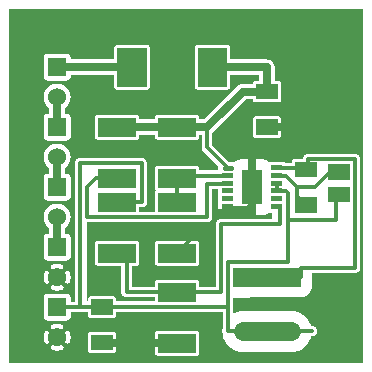
<source format=gbr>
G04 start of page 2 for group 0 idx 0 *
G04 Title: (unknown), top *
G04 Creator: pcb 4.3.0 *
G04 CreationDate: Sat Jul 16 16:42:15 2022 UTC *
G04 For: harkaitz *
G04 Format: Gerber/RS-274X *
G04 PCB-Dimensions (mm): 100.00 80.00 *
G04 PCB-Coordinate-Origin: lower left *
%MOMM*%
%FSLAX43Y43*%
%LNTOP*%
%ADD18C,0.965*%
%ADD17C,0.711*%
%ADD16C,0.420*%
%ADD15C,1.600*%
%ADD14C,1.524*%
%ADD13C,0.300*%
%ADD12C,0.700*%
%ADD11C,0.002*%
G54D11*G36*
X31000Y27000D02*X22860D01*
Y27955D01*
X24910D01*
X25181Y27971D01*
X25445Y28034D01*
X25696Y28138D01*
X25927Y28280D01*
X26134Y28456D01*
X26310Y28663D01*
X26452Y28894D01*
X26556Y29145D01*
X26583Y29258D01*
X26670D01*
X26741Y29262D01*
X26809Y29279D01*
X26875Y29306D01*
X26935Y29343D01*
X26989Y29389D01*
X27035Y29443D01*
X27072Y29503D01*
X27099Y29569D01*
X27116Y29637D01*
X27121Y29708D01*
X27116Y29779D01*
X27099Y29847D01*
X27072Y29913D01*
X27035Y29973D01*
X26989Y30027D01*
X26935Y30073D01*
X26875Y30110D01*
X26809Y30137D01*
X26741Y30154D01*
X26670Y30158D01*
X26569D01*
X26556Y30215D01*
X26452Y30466D01*
X26310Y30697D01*
X26134Y30904D01*
X25927Y31080D01*
X25696Y31222D01*
X25445Y31326D01*
X25181Y31389D01*
X24910Y31405D01*
X22860D01*
Y32559D01*
X25855Y32564D01*
X25997Y32598D01*
X26131Y32653D01*
X26255Y32729D01*
X26366Y32824D01*
X26461Y32935D01*
X26537Y33059D01*
X26592Y33193D01*
X26626Y33335D01*
X26635Y33480D01*
X26629Y34630D01*
X30290D01*
X30308Y34629D01*
X30378Y34634D01*
X30447Y34651D01*
X30513Y34678D01*
X30573Y34715D01*
X30627Y34761D01*
X30673Y34815D01*
X30710Y34875D01*
X30737Y34941D01*
X30754Y35009D01*
X30759Y35080D01*
X30758Y35098D01*
Y44250D01*
X30759Y44268D01*
X30754Y44338D01*
X30737Y44407D01*
X30710Y44473D01*
X30673Y44533D01*
X30627Y44587D01*
X30573Y44633D01*
X30513Y44670D01*
X30447Y44697D01*
X30378Y44714D01*
X30308Y44719D01*
X30290Y44718D01*
X26342D01*
X26324Y44719D01*
X26253Y44714D01*
X26185Y44697D01*
X26119Y44670D01*
X26059Y44633D01*
X26005Y44587D01*
X25959Y44533D01*
X25922Y44473D01*
X25895Y44407D01*
X25878Y44338D01*
X25873Y44278D01*
X25172Y44277D01*
X25133Y44268D01*
X25096Y44253D01*
X25062Y44232D01*
X25032Y44206D01*
X25006Y44176D01*
X24985Y44141D01*
X24970Y44104D01*
X24960Y44066D01*
X24958Y44026D01*
X24958Y43975D01*
X24385D01*
X24348Y44007D01*
X24303Y44034D01*
X24254Y44055D01*
X24203Y44067D01*
X24150Y44070D01*
X23147Y44067D01*
X23096Y44055D01*
X23051Y44036D01*
X22975Y44101D01*
X22860Y44171D01*
Y46077D01*
X23850Y46078D01*
X23889Y46088D01*
X23926Y46103D01*
X23960Y46124D01*
X23990Y46150D01*
X24016Y46180D01*
X24037Y46214D01*
X24052Y46251D01*
X24062Y46290D01*
X24064Y46330D01*
X24062Y47670D01*
X24052Y47709D01*
X24037Y47746D01*
X24016Y47780D01*
X23990Y47810D01*
X23960Y47836D01*
X23926Y47857D01*
X23889Y47872D01*
X23850Y47882D01*
X23810Y47884D01*
X22860Y47883D01*
Y49077D01*
X23850Y49078D01*
X23889Y49087D01*
X23926Y49103D01*
X23960Y49124D01*
X23990Y49150D01*
X24016Y49180D01*
X24037Y49214D01*
X24052Y49251D01*
X24062Y49290D01*
X24064Y49330D01*
X24062Y50670D01*
X24052Y50708D01*
X24037Y50745D01*
X24016Y50780D01*
X23990Y50810D01*
X23960Y50836D01*
X23926Y50857D01*
X23889Y50872D01*
X23850Y50881D01*
X23810Y50884D01*
X23510Y50883D01*
Y52035D01*
X23512Y52060D01*
X23504Y52162D01*
X23480Y52261D01*
X23441Y52356D01*
X23387Y52443D01*
X23321Y52521D01*
X23243Y52587D01*
X23156Y52641D01*
X23061Y52680D01*
X22962Y52704D01*
X22860Y52712D01*
Y57000D01*
X31000D01*
Y27000D01*
G37*
G36*
X22860Y52712D02*X22835Y52710D01*
X19728D01*
X19728Y53749D01*
X19718Y53787D01*
X19703Y53824D01*
X19683Y53857D01*
X19657Y53887D01*
X19627Y53913D01*
X19594Y53933D01*
X19557Y53948D01*
X19519Y53958D01*
X19480Y53960D01*
X16941Y53958D01*
X16903Y53948D01*
X16866Y53933D01*
X16833Y53913D01*
X16803Y53887D01*
X16777Y53857D01*
X16757Y53824D01*
X16742Y53787D01*
X16732Y53749D01*
X16730Y53710D01*
X16732Y50371D01*
X16742Y50333D01*
X16757Y50296D01*
X16777Y50263D01*
X16803Y50233D01*
X16833Y50207D01*
X16866Y50187D01*
X16903Y50172D01*
X16941Y50162D01*
X16980Y50160D01*
X19519Y50162D01*
X19557Y50172D01*
X19594Y50187D01*
X19627Y50207D01*
X19657Y50233D01*
X19683Y50263D01*
X19703Y50296D01*
X19718Y50333D01*
X19728Y50371D01*
X19730Y50410D01*
X19729Y51410D01*
X22210D01*
Y50882D01*
X21870Y50881D01*
X21831Y50872D01*
X21794Y50857D01*
X21760Y50836D01*
X21730Y50810D01*
X21704Y50780D01*
X21683Y50745D01*
X21668Y50708D01*
X21658Y50670D01*
X21656Y50630D01*
Y50630D01*
X20805D01*
X20780Y50632D01*
X20678Y50624D01*
X20578Y50600D01*
X20484Y50561D01*
X20397Y50507D01*
X20396Y50507D01*
X20319Y50441D01*
X20302Y50421D01*
X17511Y47630D01*
X17118D01*
X17117Y47833D01*
X17108Y47872D01*
X17093Y47908D01*
X17072Y47943D01*
X17046Y47973D01*
X17015Y47999D01*
X16981Y48020D01*
X16944Y48035D01*
X16905Y48044D01*
X16866Y48047D01*
X13575Y48044D01*
X13536Y48035D01*
X13499Y48020D01*
X13465Y47999D01*
X13434Y47973D01*
X13408Y47943D01*
X13387Y47908D01*
X13372Y47872D01*
X13363Y47833D01*
X13360Y47793D01*
X13361Y47630D01*
X12038D01*
X12037Y47833D01*
X12028Y47872D01*
X12013Y47908D01*
X11992Y47943D01*
X11966Y47973D01*
X11935Y47999D01*
X11901Y48020D01*
X11864Y48035D01*
X11825Y48044D01*
X11786Y48047D01*
X8495Y48044D01*
X8456Y48035D01*
X8419Y48020D01*
X8385Y47999D01*
X8354Y47973D01*
X8328Y47943D01*
X8307Y47908D01*
X8292Y47872D01*
X8283Y47833D01*
X8280Y47793D01*
X8283Y46127D01*
X8292Y46088D01*
X8307Y46052D01*
X8328Y46017D01*
X8354Y45987D01*
X8385Y45961D01*
X8419Y45940D01*
X8456Y45925D01*
X8495Y45916D01*
X8534Y45913D01*
X11825Y45916D01*
X11864Y45925D01*
X11901Y45940D01*
X11935Y45961D01*
X11966Y45987D01*
X11992Y46017D01*
X12013Y46052D01*
X12028Y46088D01*
X12037Y46127D01*
X12040Y46167D01*
X12039Y46330D01*
X13362D01*
X13363Y46127D01*
X13372Y46088D01*
X13387Y46052D01*
X13408Y46017D01*
X13434Y45987D01*
X13465Y45961D01*
X13499Y45940D01*
X13536Y45925D01*
X13575Y45916D01*
X13614Y45913D01*
X16905Y45916D01*
X16944Y45925D01*
X16981Y45940D01*
X17015Y45961D01*
X17046Y45987D01*
X17072Y46017D01*
X17093Y46052D01*
X17108Y46088D01*
X17117Y46127D01*
X17120Y46167D01*
X17119Y46330D01*
X17330D01*
Y45283D01*
X17329Y45265D01*
X17334Y45194D01*
Y45194D01*
X17338Y45178D01*
X17351Y45126D01*
X17367Y45087D01*
X17378Y45060D01*
X17392Y45037D01*
X17415Y45000D01*
X17415Y45000D01*
X17461Y44946D01*
X17474Y44934D01*
X18735Y43673D01*
X18720Y43611D01*
X18713Y43525D01*
X18720Y43439D01*
X18740Y43356D01*
X18753Y43325D01*
X17118D01*
X17117Y43515D01*
X17108Y43554D01*
X17093Y43590D01*
X17072Y43625D01*
X17046Y43655D01*
X17015Y43681D01*
X16981Y43702D01*
X16944Y43717D01*
X16905Y43726D01*
X16866Y43729D01*
X13575Y43726D01*
X13536Y43717D01*
X13499Y43702D01*
X13465Y43681D01*
X13434Y43655D01*
X13408Y43625D01*
X13387Y43590D01*
X13372Y43554D01*
X13363Y43515D01*
X13360Y43475D01*
X13363Y41809D01*
X13372Y41770D01*
X13387Y41734D01*
X13408Y41699D01*
X13434Y41669D01*
X13461Y41646D01*
X13434Y41623D01*
X13408Y41593D01*
X13387Y41558D01*
X13372Y41522D01*
X13363Y41483D01*
X13360Y41443D01*
X13363Y39810D01*
X12039D01*
X12040Y39817D01*
X12039Y40180D01*
X12218D01*
X12236Y40179D01*
X12306Y40184D01*
X12375Y40201D01*
X12441Y40228D01*
X12501Y40265D01*
X12555Y40311D01*
X12601Y40365D01*
X12638Y40425D01*
X12665Y40491D01*
X12681Y40559D01*
X12687Y40630D01*
X12686Y40648D01*
Y43907D01*
X12687Y43925D01*
X12681Y43995D01*
X12665Y44064D01*
X12638Y44130D01*
X12601Y44190D01*
X12555Y44244D01*
X12501Y44290D01*
X12441Y44327D01*
X12375Y44354D01*
X12306Y44371D01*
X12236Y44376D01*
X12218Y44375D01*
X7038D01*
X7020Y44376D01*
X6949Y44371D01*
X6881Y44354D01*
X6815Y44327D01*
X6755Y44290D01*
X6701Y44244D01*
X6655Y44190D01*
X6618Y44130D01*
X6591Y44064D01*
X6574Y43995D01*
X6569Y43925D01*
X6570Y43907D01*
Y32190D01*
X6220D01*
X6219Y32562D01*
X6205Y32620D01*
X6183Y32676D01*
X6151Y32727D01*
X6112Y32772D01*
X6067Y32811D01*
X6016Y32843D01*
X5998Y32850D01*
Y33735D01*
X6009Y33736D01*
X6037Y33746D01*
X6064Y33760D01*
X6088Y33778D01*
X6109Y33799D01*
X6126Y33823D01*
X6139Y33850D01*
X6177Y33954D01*
X6203Y34061D01*
X6219Y34170D01*
X6224Y34280D01*
X6219Y34390D01*
X6203Y34499D01*
X6177Y34606D01*
X6140Y34710D01*
X6127Y34737D01*
X6110Y34762D01*
X6088Y34783D01*
X6064Y34801D01*
X6037Y34815D01*
X6009Y34824D01*
X5998Y34826D01*
Y35710D01*
X6016Y35717D01*
X6067Y35749D01*
X6112Y35788D01*
X6151Y35833D01*
X6183Y35884D01*
X6205Y35940D01*
X6219Y35998D01*
X6223Y36058D01*
X6219Y37642D01*
X6205Y37700D01*
X6183Y37756D01*
X6151Y37807D01*
X6112Y37852D01*
X6067Y37891D01*
X6016Y37923D01*
X5998Y37930D01*
Y38675D01*
X6008Y38686D01*
X6102Y38839D01*
X6170Y39006D01*
X6212Y39181D01*
X6223Y39360D01*
X6212Y39539D01*
X6170Y39714D01*
X6102Y39881D01*
X6008Y40034D01*
X5998Y40045D01*
Y40790D01*
X6016Y40797D01*
X6067Y40829D01*
X6112Y40868D01*
X6151Y40913D01*
X6183Y40964D01*
X6205Y41020D01*
X6219Y41078D01*
X6223Y41138D01*
X6219Y42722D01*
X6205Y42780D01*
X6183Y42836D01*
X6151Y42887D01*
X6112Y42932D01*
X6067Y42971D01*
X6016Y43003D01*
X5998Y43010D01*
Y43755D01*
X6008Y43766D01*
X6102Y43919D01*
X6170Y44086D01*
X6212Y44261D01*
X6223Y44440D01*
X6212Y44619D01*
X6170Y44794D01*
X6102Y44961D01*
X6008Y45114D01*
X5998Y45125D01*
Y45870D01*
X6016Y45877D01*
X6067Y45909D01*
X6112Y45948D01*
X6151Y45993D01*
X6183Y46044D01*
X6205Y46100D01*
X6219Y46158D01*
X6223Y46218D01*
X6219Y47802D01*
X6205Y47860D01*
X6183Y47916D01*
X6151Y47967D01*
X6112Y48012D01*
X6067Y48051D01*
X6016Y48083D01*
X5998Y48090D01*
Y48835D01*
X6008Y48846D01*
X6102Y48999D01*
X6170Y49166D01*
X6212Y49341D01*
X6223Y49520D01*
X6212Y49699D01*
X6170Y49874D01*
X6102Y50041D01*
X6008Y50194D01*
X5998Y50205D01*
Y50950D01*
X6016Y50957D01*
X6067Y50989D01*
X6112Y51028D01*
X6151Y51073D01*
X6183Y51124D01*
X6205Y51180D01*
X6219Y51238D01*
X6223Y51298D01*
X6223Y51410D01*
X9932D01*
X9932Y50371D01*
X9942Y50333D01*
X9957Y50296D01*
X9977Y50263D01*
X10003Y50233D01*
X10033Y50207D01*
X10066Y50187D01*
X10103Y50172D01*
X10141Y50162D01*
X10180Y50160D01*
X12719Y50162D01*
X12757Y50172D01*
X12794Y50187D01*
X12827Y50207D01*
X12857Y50233D01*
X12883Y50263D01*
X12903Y50296D01*
X12918Y50333D01*
X12928Y50371D01*
X12930Y50410D01*
X12928Y53749D01*
X12918Y53787D01*
X12903Y53824D01*
X12883Y53857D01*
X12857Y53887D01*
X12827Y53913D01*
X12794Y53933D01*
X12757Y53948D01*
X12719Y53958D01*
X12680Y53960D01*
X10141Y53958D01*
X10103Y53948D01*
X10066Y53933D01*
X10033Y53913D01*
X10003Y53887D01*
X9977Y53857D01*
X9957Y53824D01*
X9942Y53787D01*
X9932Y53749D01*
X9930Y53710D01*
X9931Y52710D01*
X6220D01*
X6219Y52882D01*
X6205Y52940D01*
X6183Y52996D01*
X6151Y53047D01*
X6112Y53092D01*
X6067Y53131D01*
X6016Y53163D01*
X5998Y53170D01*
Y57000D01*
X22860D01*
Y52712D01*
G37*
G36*
Y44171D02*X22848Y44179D01*
X22709Y44236D01*
X22564Y44271D01*
X22415Y44280D01*
X20616Y44271D01*
X20471Y44236D01*
X20332Y44179D01*
X20205Y44101D01*
X20091Y44004D01*
X20074Y43984D01*
X20028Y44012D01*
X19949Y44045D01*
X19866Y44065D01*
X19780Y44070D01*
X19611D01*
X18230Y45451D01*
Y46510D01*
X18241Y46519D01*
X18258Y46538D01*
X21049Y49330D01*
X21658D01*
X21658Y49290D01*
X21668Y49251D01*
X21683Y49214D01*
X21704Y49180D01*
X21730Y49150D01*
X21760Y49124D01*
X21794Y49103D01*
X21831Y49087D01*
X21870Y49078D01*
X21910Y49076D01*
X22860Y49077D01*
Y47883D01*
X21870Y47882D01*
X21831Y47872D01*
X21794Y47857D01*
X21760Y47836D01*
X21730Y47810D01*
X21704Y47780D01*
X21683Y47746D01*
X21668Y47709D01*
X21658Y47670D01*
X21656Y47630D01*
X21658Y46290D01*
X21668Y46251D01*
X21683Y46214D01*
X21704Y46180D01*
X21730Y46150D01*
X21760Y46124D01*
X21794Y46103D01*
X21831Y46088D01*
X21870Y46078D01*
X21910Y46076D01*
X22860Y46077D01*
Y44171D01*
G37*
G36*
Y31405D02*X20810D01*
X20539Y31389D01*
X20275Y31326D01*
X20024Y31222D01*
X20010Y31213D01*
Y31722D01*
X20011Y31740D01*
X20010Y31758D01*
Y32555D01*
X22860Y32559D01*
Y31405D01*
G37*
G36*
Y27000D02*X15240D01*
Y27626D01*
X16905Y27628D01*
X16944Y27637D01*
X16981Y27652D01*
X17015Y27673D01*
X17046Y27699D01*
X17072Y27729D01*
X17093Y27764D01*
X17108Y27800D01*
X17117Y27839D01*
X17120Y27879D01*
X17117Y29545D01*
X17108Y29584D01*
X17093Y29620D01*
X17072Y29655D01*
X17046Y29685D01*
X17015Y29711D01*
X16981Y29732D01*
X16944Y29747D01*
X16905Y29756D01*
X16866Y29759D01*
X15240Y29758D01*
Y31290D01*
X19110D01*
Y29988D01*
X19101Y29951D01*
X19080Y29680D01*
X19101Y29409D01*
X19164Y29145D01*
X19268Y28894D01*
X19410Y28663D01*
X19586Y28456D01*
X19793Y28280D01*
X20024Y28138D01*
X20275Y28034D01*
X20539Y27971D01*
X20810Y27955D01*
X22860D01*
Y27000D01*
G37*
G36*
X15240D02*X8890D01*
Y27837D01*
X9880Y27839D01*
X9919Y27848D01*
X9956Y27863D01*
X9990Y27884D01*
X10020Y27910D01*
X10046Y27940D01*
X10067Y27975D01*
X10082Y28012D01*
X10092Y28050D01*
X10094Y28090D01*
X10092Y29430D01*
X10082Y29469D01*
X10067Y29506D01*
X10046Y29540D01*
X10020Y29570D01*
X9990Y29596D01*
X9956Y29617D01*
X9919Y29633D01*
X9880Y29642D01*
X9840Y29644D01*
X8890Y29643D01*
Y30837D01*
X9880Y30838D01*
X9919Y30848D01*
X9956Y30863D01*
X9990Y30884D01*
X10020Y30910D01*
X10046Y30940D01*
X10067Y30974D01*
X10082Y31011D01*
X10092Y31050D01*
X10094Y31090D01*
X10094Y31290D01*
X15240D01*
Y29758D01*
X13575Y29756D01*
X13536Y29747D01*
X13499Y29732D01*
X13465Y29711D01*
X13434Y29685D01*
X13408Y29655D01*
X13387Y29620D01*
X13372Y29584D01*
X13363Y29545D01*
X13360Y29505D01*
X13363Y27839D01*
X13372Y27800D01*
X13387Y27764D01*
X13408Y27729D01*
X13434Y27699D01*
X13465Y27673D01*
X13499Y27652D01*
X13536Y27637D01*
X13575Y27628D01*
X13614Y27625D01*
X15240Y27626D01*
Y27000D01*
G37*
G36*
X8890D02*X5998D01*
Y28655D01*
X6009Y28656D01*
X6037Y28666D01*
X6064Y28680D01*
X6088Y28698D01*
X6109Y28719D01*
X6126Y28743D01*
X6139Y28770D01*
X6177Y28874D01*
X6203Y28981D01*
X6219Y29090D01*
X6224Y29200D01*
X6219Y29310D01*
X6203Y29419D01*
X6177Y29526D01*
X6140Y29630D01*
X6127Y29657D01*
X6110Y29682D01*
X6088Y29703D01*
X6064Y29721D01*
X6037Y29735D01*
X6009Y29744D01*
X5998Y29746D01*
Y30630D01*
X6016Y30637D01*
X6067Y30669D01*
X6112Y30708D01*
X6151Y30753D01*
X6183Y30804D01*
X6205Y30860D01*
X6219Y30918D01*
X6223Y30978D01*
X6222Y31290D01*
X7002D01*
X7020Y31289D01*
X7038Y31290D01*
X7688D01*
X7688Y31050D01*
X7698Y31011D01*
X7713Y30974D01*
X7734Y30940D01*
X7760Y30910D01*
X7790Y30884D01*
X7824Y30863D01*
X7861Y30848D01*
X7900Y30838D01*
X7940Y30836D01*
X8890Y30837D01*
Y29643D01*
X7900Y29642D01*
X7861Y29633D01*
X7824Y29617D01*
X7790Y29596D01*
X7760Y29570D01*
X7734Y29540D01*
X7713Y29506D01*
X7698Y29469D01*
X7688Y29430D01*
X7686Y29390D01*
X7688Y28050D01*
X7698Y28012D01*
X7713Y27975D01*
X7734Y27940D01*
X7760Y27910D01*
X7790Y27884D01*
X7824Y27863D01*
X7861Y27848D01*
X7900Y27839D01*
X7940Y27836D01*
X8890Y27837D01*
Y27000D01*
G37*
G36*
X5998Y53170D02*X5960Y53185D01*
X5902Y53199D01*
X5842Y53203D01*
X5078Y53201D01*
Y57000D01*
X5998D01*
Y53170D01*
G37*
G36*
Y50205D02*X5891Y50331D01*
X5754Y50448D01*
X5601Y50542D01*
X5434Y50610D01*
X5259Y50652D01*
X5080Y50667D01*
X5078Y50666D01*
Y50919D01*
X5902Y50921D01*
X5960Y50935D01*
X5998Y50950D01*
Y50205D01*
G37*
G36*
Y48090D02*X5960Y48105D01*
X5902Y48119D01*
X5842Y48123D01*
X5730Y48123D01*
Y48578D01*
X5754Y48592D01*
X5891Y48709D01*
X5998Y48835D01*
Y48090D01*
G37*
G36*
Y45125D02*X5891Y45251D01*
X5754Y45368D01*
X5601Y45462D01*
X5434Y45530D01*
X5259Y45572D01*
X5080Y45587D01*
X5078Y45586D01*
Y45839D01*
X5902Y45841D01*
X5960Y45855D01*
X5998Y45870D01*
Y45125D01*
G37*
G36*
Y43010D02*X5960Y43025D01*
X5902Y43039D01*
X5842Y43043D01*
X5730Y43043D01*
Y43498D01*
X5754Y43512D01*
X5891Y43629D01*
X5998Y43755D01*
Y43010D01*
G37*
G36*
Y40045D02*X5891Y40171D01*
X5754Y40288D01*
X5601Y40382D01*
X5434Y40450D01*
X5259Y40492D01*
X5080Y40507D01*
X5078Y40506D01*
Y40759D01*
X5902Y40761D01*
X5960Y40775D01*
X5998Y40790D01*
Y40045D01*
G37*
G36*
Y37930D02*X5960Y37945D01*
X5902Y37959D01*
X5842Y37963D01*
X5730Y37963D01*
Y38418D01*
X5754Y38432D01*
X5891Y38549D01*
X5998Y38675D01*
Y37930D01*
G37*
G36*
Y32850D02*X5960Y32865D01*
X5902Y32879D01*
X5842Y32883D01*
X5078Y32881D01*
Y33136D01*
X5080Y33136D01*
X5190Y33141D01*
X5299Y33157D01*
X5406Y33183D01*
X5510Y33220D01*
X5537Y33233D01*
X5562Y33250D01*
X5583Y33272D01*
X5601Y33296D01*
X5615Y33323D01*
X5624Y33351D01*
X5629Y33381D01*
X5630Y33411D01*
X5625Y33441D01*
X5616Y33470D01*
X5602Y33496D01*
X5585Y33521D01*
X5564Y33542D01*
X5540Y33560D01*
X5513Y33574D01*
X5484Y33584D01*
X5455Y33589D01*
X5424Y33589D01*
X5395Y33584D01*
X5366Y33575D01*
X5297Y33550D01*
X5226Y33532D01*
X5153Y33522D01*
X5080Y33518D01*
X5078Y33518D01*
Y35042D01*
X5080Y35042D01*
X5153Y35038D01*
X5226Y35028D01*
X5297Y35010D01*
X5366Y34986D01*
X5395Y34977D01*
X5424Y34972D01*
X5454Y34972D01*
X5484Y34977D01*
X5512Y34987D01*
X5539Y35000D01*
X5563Y35018D01*
X5584Y35040D01*
X5602Y35064D01*
X5615Y35091D01*
X5624Y35119D01*
X5629Y35149D01*
X5628Y35179D01*
X5624Y35209D01*
X5614Y35237D01*
X5600Y35264D01*
X5582Y35288D01*
X5561Y35309D01*
X5537Y35326D01*
X5510Y35339D01*
X5406Y35377D01*
X5299Y35403D01*
X5190Y35419D01*
X5080Y35424D01*
X5078Y35424D01*
Y35679D01*
X5902Y35681D01*
X5960Y35695D01*
X5998Y35710D01*
Y34826D01*
X5979Y34829D01*
X5949Y34830D01*
X5919Y34825D01*
X5890Y34816D01*
X5864Y34802D01*
X5839Y34785D01*
X5818Y34764D01*
X5800Y34740D01*
X5786Y34713D01*
X5776Y34684D01*
X5771Y34655D01*
X5771Y34624D01*
X5776Y34595D01*
X5785Y34566D01*
X5810Y34497D01*
X5828Y34426D01*
X5838Y34353D01*
X5842Y34280D01*
X5838Y34207D01*
X5828Y34134D01*
X5810Y34063D01*
X5786Y33994D01*
X5777Y33965D01*
X5772Y33936D01*
X5772Y33906D01*
X5777Y33876D01*
X5787Y33848D01*
X5800Y33821D01*
X5818Y33797D01*
X5840Y33776D01*
X5864Y33758D01*
X5891Y33745D01*
X5919Y33736D01*
X5949Y33731D01*
X5979Y33732D01*
X5998Y33735D01*
Y32850D01*
G37*
G36*
Y27000D02*X5078D01*
Y28056D01*
X5080Y28056D01*
X5190Y28061D01*
X5299Y28077D01*
X5406Y28103D01*
X5510Y28140D01*
X5537Y28153D01*
X5562Y28170D01*
X5583Y28192D01*
X5601Y28216D01*
X5615Y28243D01*
X5624Y28271D01*
X5629Y28301D01*
X5630Y28331D01*
X5625Y28361D01*
X5616Y28390D01*
X5602Y28416D01*
X5585Y28441D01*
X5564Y28462D01*
X5540Y28480D01*
X5513Y28494D01*
X5484Y28504D01*
X5455Y28509D01*
X5424Y28509D01*
X5395Y28504D01*
X5366Y28495D01*
X5297Y28470D01*
X5226Y28452D01*
X5153Y28442D01*
X5080Y28438D01*
X5078Y28438D01*
Y29962D01*
X5080Y29962D01*
X5153Y29958D01*
X5226Y29948D01*
X5297Y29930D01*
X5366Y29906D01*
X5395Y29897D01*
X5424Y29892D01*
X5454Y29892D01*
X5484Y29897D01*
X5512Y29907D01*
X5539Y29920D01*
X5563Y29938D01*
X5584Y29960D01*
X5602Y29984D01*
X5615Y30011D01*
X5624Y30039D01*
X5629Y30069D01*
X5628Y30099D01*
X5624Y30129D01*
X5614Y30157D01*
X5600Y30184D01*
X5582Y30208D01*
X5561Y30229D01*
X5537Y30246D01*
X5510Y30259D01*
X5406Y30297D01*
X5299Y30323D01*
X5190Y30339D01*
X5080Y30344D01*
X5078Y30344D01*
Y30599D01*
X5902Y30601D01*
X5960Y30615D01*
X5998Y30630D01*
Y29746D01*
X5979Y29749D01*
X5949Y29750D01*
X5919Y29745D01*
X5890Y29736D01*
X5864Y29722D01*
X5839Y29705D01*
X5818Y29684D01*
X5800Y29660D01*
X5786Y29633D01*
X5776Y29604D01*
X5771Y29575D01*
X5771Y29544D01*
X5776Y29515D01*
X5785Y29486D01*
X5810Y29417D01*
X5828Y29346D01*
X5838Y29273D01*
X5842Y29200D01*
X5838Y29127D01*
X5828Y29054D01*
X5810Y28983D01*
X5786Y28914D01*
X5777Y28885D01*
X5772Y28856D01*
X5772Y28826D01*
X5777Y28796D01*
X5787Y28768D01*
X5800Y28741D01*
X5818Y28717D01*
X5840Y28696D01*
X5864Y28678D01*
X5891Y28665D01*
X5919Y28656D01*
X5949Y28651D01*
X5979Y28652D01*
X5998Y28655D01*
Y27000D01*
G37*
G36*
X4162Y35710D02*X4200Y35695D01*
X4258Y35681D01*
X4318Y35677D01*
X5078Y35679D01*
Y35424D01*
X4970Y35419D01*
X4861Y35403D01*
X4754Y35377D01*
X4650Y35340D01*
X4623Y35327D01*
X4598Y35310D01*
X4577Y35288D01*
X4559Y35264D01*
X4545Y35237D01*
X4536Y35209D01*
X4531Y35179D01*
X4530Y35149D01*
X4535Y35119D01*
X4544Y35090D01*
X4558Y35064D01*
X4575Y35039D01*
X4596Y35018D01*
X4620Y35000D01*
X4647Y34986D01*
X4676Y34976D01*
X4705Y34971D01*
X4736Y34971D01*
X4765Y34976D01*
X4794Y34985D01*
X4863Y35010D01*
X4934Y35028D01*
X5007Y35038D01*
X5078Y35042D01*
Y33518D01*
X5007Y33522D01*
X4934Y33532D01*
X4863Y33550D01*
X4794Y33574D01*
X4765Y33583D01*
X4736Y33588D01*
X4706Y33588D01*
X4676Y33583D01*
X4648Y33573D01*
X4621Y33560D01*
X4597Y33542D01*
X4576Y33520D01*
X4558Y33496D01*
X4545Y33469D01*
X4536Y33441D01*
X4531Y33411D01*
X4532Y33381D01*
X4536Y33351D01*
X4546Y33323D01*
X4560Y33296D01*
X4578Y33272D01*
X4599Y33251D01*
X4623Y33234D01*
X4650Y33221D01*
X4754Y33183D01*
X4861Y33157D01*
X4970Y33141D01*
X5078Y33136D01*
Y32881D01*
X4258Y32879D01*
X4200Y32865D01*
X4162Y32850D01*
Y33734D01*
X4181Y33731D01*
X4211Y33730D01*
X4241Y33735D01*
X4270Y33744D01*
X4296Y33758D01*
X4321Y33775D01*
X4342Y33796D01*
X4360Y33820D01*
X4374Y33847D01*
X4384Y33876D01*
X4389Y33905D01*
X4389Y33936D01*
X4384Y33965D01*
X4375Y33994D01*
X4350Y34063D01*
X4332Y34134D01*
X4322Y34207D01*
X4318Y34280D01*
X4322Y34353D01*
X4332Y34426D01*
X4350Y34497D01*
X4374Y34566D01*
X4383Y34595D01*
X4388Y34624D01*
X4388Y34654D01*
X4383Y34684D01*
X4373Y34712D01*
X4360Y34739D01*
X4342Y34763D01*
X4320Y34784D01*
X4296Y34802D01*
X4269Y34815D01*
X4241Y34824D01*
X4211Y34829D01*
X4181Y34828D01*
X4162Y34825D01*
Y35710D01*
G37*
G36*
Y38675D02*X4269Y38549D01*
X4406Y38432D01*
X4430Y38418D01*
Y37960D01*
X4258Y37959D01*
X4200Y37945D01*
X4162Y37930D01*
Y38675D01*
G37*
G36*
Y40790D02*X4200Y40775D01*
X4258Y40761D01*
X4318Y40757D01*
X5078Y40759D01*
Y40506D01*
X4901Y40492D01*
X4726Y40450D01*
X4559Y40382D01*
X4406Y40288D01*
X4269Y40171D01*
X4162Y40045D01*
Y40790D01*
G37*
G36*
Y43755D02*X4269Y43629D01*
X4406Y43512D01*
X4430Y43498D01*
Y43040D01*
X4258Y43039D01*
X4200Y43025D01*
X4162Y43010D01*
Y43755D01*
G37*
G36*
Y45870D02*X4200Y45855D01*
X4258Y45841D01*
X4318Y45837D01*
X5078Y45839D01*
Y45586D01*
X4901Y45572D01*
X4726Y45530D01*
X4559Y45462D01*
X4406Y45368D01*
X4269Y45251D01*
X4162Y45125D01*
Y45870D01*
G37*
G36*
Y48835D02*X4269Y48709D01*
X4406Y48592D01*
X4430Y48578D01*
Y48120D01*
X4258Y48119D01*
X4200Y48105D01*
X4162Y48090D01*
Y48835D01*
G37*
G36*
Y50950D02*X4200Y50935D01*
X4258Y50921D01*
X4318Y50917D01*
X5078Y50919D01*
Y50666D01*
X4901Y50652D01*
X4726Y50610D01*
X4559Y50542D01*
X4406Y50448D01*
X4269Y50331D01*
X4162Y50205D01*
Y50950D01*
G37*
G36*
Y57000D02*X5078D01*
Y53201D01*
X4258Y53199D01*
X4200Y53185D01*
X4162Y53170D01*
Y57000D01*
G37*
G36*
X5078Y27000D02*X4162D01*
Y28654D01*
X4181Y28651D01*
X4211Y28650D01*
X4241Y28655D01*
X4270Y28664D01*
X4296Y28678D01*
X4321Y28695D01*
X4342Y28716D01*
X4360Y28740D01*
X4374Y28767D01*
X4384Y28796D01*
X4389Y28825D01*
X4389Y28856D01*
X4384Y28885D01*
X4375Y28914D01*
X4350Y28983D01*
X4332Y29054D01*
X4322Y29127D01*
X4318Y29200D01*
X4322Y29273D01*
X4332Y29346D01*
X4350Y29417D01*
X4374Y29486D01*
X4383Y29515D01*
X4388Y29544D01*
X4388Y29574D01*
X4383Y29604D01*
X4373Y29632D01*
X4360Y29659D01*
X4342Y29683D01*
X4320Y29704D01*
X4296Y29722D01*
X4269Y29735D01*
X4241Y29744D01*
X4211Y29749D01*
X4181Y29748D01*
X4162Y29745D01*
Y30630D01*
X4200Y30615D01*
X4258Y30601D01*
X4318Y30597D01*
X5078Y30599D01*
Y30344D01*
X4970Y30339D01*
X4861Y30323D01*
X4754Y30297D01*
X4650Y30260D01*
X4623Y30247D01*
X4598Y30230D01*
X4577Y30208D01*
X4559Y30184D01*
X4545Y30157D01*
X4536Y30129D01*
X4531Y30099D01*
X4530Y30069D01*
X4535Y30039D01*
X4544Y30010D01*
X4558Y29984D01*
X4575Y29959D01*
X4596Y29938D01*
X4620Y29920D01*
X4647Y29906D01*
X4676Y29896D01*
X4705Y29891D01*
X4736Y29891D01*
X4765Y29896D01*
X4794Y29905D01*
X4863Y29930D01*
X4934Y29948D01*
X5007Y29958D01*
X5078Y29962D01*
Y28438D01*
X5007Y28442D01*
X4934Y28452D01*
X4863Y28470D01*
X4794Y28494D01*
X4765Y28503D01*
X4736Y28508D01*
X4706Y28508D01*
X4676Y28503D01*
X4648Y28493D01*
X4621Y28480D01*
X4597Y28462D01*
X4576Y28440D01*
X4558Y28416D01*
X4545Y28389D01*
X4536Y28361D01*
X4531Y28331D01*
X4532Y28301D01*
X4536Y28271D01*
X4546Y28243D01*
X4560Y28216D01*
X4578Y28192D01*
X4599Y28171D01*
X4623Y28154D01*
X4650Y28141D01*
X4754Y28103D01*
X4861Y28077D01*
X4970Y28061D01*
X5078Y28056D01*
Y27000D01*
G37*
G36*
X4162D02*X1000D01*
Y57000D01*
X4162D01*
Y53170D01*
X4144Y53163D01*
X4093Y53131D01*
X4048Y53092D01*
X4009Y53047D01*
X3977Y52996D01*
X3955Y52940D01*
X3941Y52882D01*
X3937Y52822D01*
X3941Y51238D01*
X3955Y51180D01*
X3977Y51124D01*
X4009Y51073D01*
X4048Y51028D01*
X4093Y50989D01*
X4144Y50957D01*
X4162Y50950D01*
Y50205D01*
X4152Y50194D01*
X4058Y50041D01*
X3990Y49874D01*
X3948Y49699D01*
X3933Y49520D01*
X3948Y49341D01*
X3990Y49166D01*
X4058Y48999D01*
X4152Y48846D01*
X4162Y48835D01*
Y48090D01*
X4144Y48083D01*
X4093Y48051D01*
X4048Y48012D01*
X4009Y47967D01*
X3977Y47916D01*
X3955Y47860D01*
X3941Y47802D01*
X3937Y47742D01*
X3941Y46158D01*
X3955Y46100D01*
X3977Y46044D01*
X4009Y45993D01*
X4048Y45948D01*
X4093Y45909D01*
X4144Y45877D01*
X4162Y45870D01*
Y45125D01*
X4152Y45114D01*
X4058Y44961D01*
X3990Y44794D01*
X3948Y44619D01*
X3933Y44440D01*
X3948Y44261D01*
X3990Y44086D01*
X4058Y43919D01*
X4152Y43766D01*
X4162Y43755D01*
Y43010D01*
X4144Y43003D01*
X4093Y42971D01*
X4048Y42932D01*
X4009Y42887D01*
X3977Y42836D01*
X3955Y42780D01*
X3941Y42722D01*
X3937Y42662D01*
X3941Y41078D01*
X3955Y41020D01*
X3977Y40964D01*
X4009Y40913D01*
X4048Y40868D01*
X4093Y40829D01*
X4144Y40797D01*
X4162Y40790D01*
Y40045D01*
X4152Y40034D01*
X4058Y39881D01*
X3990Y39714D01*
X3948Y39539D01*
X3933Y39360D01*
X3948Y39181D01*
X3990Y39006D01*
X4058Y38839D01*
X4152Y38686D01*
X4162Y38675D01*
Y37930D01*
X4144Y37923D01*
X4093Y37891D01*
X4048Y37852D01*
X4009Y37807D01*
X3977Y37756D01*
X3955Y37700D01*
X3941Y37642D01*
X3937Y37582D01*
X3941Y35998D01*
X3955Y35940D01*
X3977Y35884D01*
X4009Y35833D01*
X4048Y35788D01*
X4093Y35749D01*
X4144Y35717D01*
X4162Y35710D01*
Y34825D01*
X4151Y34824D01*
X4123Y34814D01*
X4096Y34800D01*
X4072Y34782D01*
X4051Y34761D01*
X4034Y34737D01*
X4021Y34710D01*
X3983Y34606D01*
X3957Y34499D01*
X3941Y34390D01*
X3936Y34280D01*
X3941Y34170D01*
X3957Y34061D01*
X3983Y33954D01*
X4020Y33850D01*
X4033Y33823D01*
X4050Y33798D01*
X4072Y33777D01*
X4096Y33759D01*
X4123Y33745D01*
X4151Y33736D01*
X4162Y33734D01*
Y32850D01*
X4144Y32843D01*
X4093Y32811D01*
X4048Y32772D01*
X4009Y32727D01*
X3977Y32676D01*
X3955Y32620D01*
X3941Y32562D01*
X3937Y32502D01*
X3941Y30918D01*
X3955Y30860D01*
X3977Y30804D01*
X4009Y30753D01*
X4048Y30708D01*
X4093Y30669D01*
X4144Y30637D01*
X4162Y30630D01*
Y29745D01*
X4151Y29744D01*
X4123Y29734D01*
X4096Y29720D01*
X4072Y29702D01*
X4051Y29681D01*
X4034Y29657D01*
X4021Y29630D01*
X3983Y29526D01*
X3957Y29419D01*
X3941Y29310D01*
X3936Y29200D01*
X3941Y29090D01*
X3957Y28981D01*
X3983Y28874D01*
X4020Y28770D01*
X4033Y28743D01*
X4050Y28718D01*
X4072Y28697D01*
X4096Y28679D01*
X4123Y28665D01*
X4151Y28656D01*
X4162Y28654D01*
Y27000D01*
G37*
G36*
X20250Y44750D02*X23000D01*
Y44080D01*
X22975Y44101D01*
X22848Y44179D01*
X22709Y44236D01*
X22564Y44271D01*
X22415Y44280D01*
X20616Y44271D01*
X20471Y44236D01*
X20332Y44179D01*
X20250Y44129D01*
Y44750D01*
G37*
G36*
Y44129D02*Y45000D01*
X23000D01*
Y44080D01*
X22975Y44101D01*
X22848Y44179D01*
X22709Y44236D01*
X22564Y44271D01*
X22415Y44280D01*
X20616Y44271D01*
X20471Y44236D01*
X20332Y44179D01*
X20250Y44129D01*
G37*
G36*
X18716Y41704D02*X18718Y41312D01*
X18730Y41261D01*
X18735Y41250D01*
X18730Y41239D01*
X18718Y41188D01*
X18715Y41135D01*
X18718Y40662D01*
X18730Y40611D01*
X18735Y40600D01*
X18730Y40589D01*
X18718Y40538D01*
X18715Y40485D01*
X18718Y40012D01*
X18730Y39961D01*
X18751Y39912D01*
X18778Y39867D01*
X18812Y39827D01*
X18852Y39793D01*
X18897Y39766D01*
X18946Y39745D01*
X18997Y39733D01*
X19050Y39730D01*
X20043Y39733D01*
X20094Y39745D01*
X20132Y39761D01*
X20205Y39699D01*
X20332Y39621D01*
X20471Y39564D01*
X20616Y39529D01*
X20765Y39520D01*
X21250Y39522D01*
Y39210D01*
X18978D01*
X18960Y39211D01*
X18889Y39206D01*
X18821Y39189D01*
X18755Y39162D01*
X18695Y39125D01*
X18641Y39079D01*
X18595Y39025D01*
X18558Y38965D01*
X18531Y38899D01*
X18514Y38831D01*
X18509Y38760D01*
X18510Y38742D01*
Y36500D01*
X17118D01*
X17117Y37165D01*
X17108Y37204D01*
X17093Y37240D01*
X17072Y37275D01*
X17046Y37305D01*
X17015Y37331D01*
X16981Y37352D01*
X16944Y37367D01*
X16905Y37376D01*
X16866Y37379D01*
X13575Y37376D01*
X13536Y37367D01*
X13499Y37352D01*
X13465Y37331D01*
X13434Y37305D01*
X13408Y37275D01*
X13387Y37240D01*
X13372Y37204D01*
X13363Y37165D01*
X13360Y37125D01*
X13361Y36500D01*
X12038D01*
X12037Y37165D01*
X12028Y37204D01*
X12013Y37240D01*
X11992Y37275D01*
X11966Y37305D01*
X11935Y37331D01*
X11901Y37352D01*
X11864Y37367D01*
X11825Y37376D01*
X11786Y37379D01*
X10750Y37378D01*
Y38910D01*
X17762D01*
X17780Y38909D01*
X17851Y38914D01*
X17919Y38931D01*
X17985Y38958D01*
X18045Y38995D01*
X18099Y39041D01*
X18145Y39095D01*
X18182Y39155D01*
X18209Y39221D01*
X18226Y39289D01*
X18231Y39360D01*
X18230Y39378D01*
Y41704D01*
X18716D01*
G37*
G36*
X15240Y38910D02*X17762D01*
X17780Y38909D01*
X17851Y38914D01*
X17919Y38931D01*
X17985Y38958D01*
X18045Y38995D01*
X18099Y39041D01*
X18145Y39095D01*
X18182Y39155D01*
X18209Y39221D01*
X18226Y39289D01*
X18231Y39360D01*
X18750D01*
Y39159D01*
X18695Y39125D01*
X18641Y39079D01*
X18595Y39025D01*
X18558Y38965D01*
X18531Y38899D01*
X18514Y38831D01*
X18509Y38760D01*
X18510Y38742D01*
Y33460D01*
X17118D01*
X17117Y33863D01*
X17108Y33902D01*
X17093Y33938D01*
X17072Y33973D01*
X17046Y34003D01*
X17015Y34029D01*
X16981Y34050D01*
X16944Y34065D01*
X16905Y34074D01*
X16866Y34077D01*
X15240Y34076D01*
Y35246D01*
X16905Y35248D01*
X16944Y35257D01*
X16981Y35272D01*
X17015Y35293D01*
X17046Y35319D01*
X17072Y35349D01*
X17093Y35384D01*
X17108Y35420D01*
X17117Y35459D01*
X17120Y35499D01*
X17117Y37165D01*
X17108Y37204D01*
X17093Y37240D01*
X17072Y37275D01*
X17046Y37305D01*
X17015Y37331D01*
X16981Y37352D01*
X16944Y37367D01*
X16905Y37376D01*
X16866Y37379D01*
X15240Y37378D01*
Y38910D01*
G37*
G36*
X8280Y37125D02*X8283Y35459D01*
X8292Y35420D01*
X8307Y35384D01*
X8328Y35349D01*
X8354Y35319D01*
X8385Y35293D01*
X8419Y35272D01*
X8456Y35257D01*
X8495Y35248D01*
X8534Y35245D01*
X10523Y35247D01*
Y33028D01*
X10521Y33010D01*
X10527Y32939D01*
X10544Y32871D01*
X10571Y32805D01*
X10608Y32745D01*
X10654Y32691D01*
X10707Y32645D01*
X10768Y32608D01*
X10833Y32581D01*
X10902Y32564D01*
X10973Y32559D01*
X10990Y32560D01*
X13362D01*
X13363Y32250D01*
X10092D01*
X10092Y32430D01*
X10082Y32469D01*
X10067Y32506D01*
X10046Y32540D01*
X10020Y32570D01*
X9990Y32596D01*
X9956Y32617D01*
X9919Y32632D01*
X9880Y32642D01*
X9840Y32644D01*
X7900Y32642D01*
X7861Y32632D01*
X7824Y32617D01*
X7790Y32596D01*
X7760Y32570D01*
X7734Y32540D01*
X7713Y32506D01*
X7698Y32469D01*
X7688Y32430D01*
X7686Y32390D01*
X7686Y32250D01*
X7620D01*
Y38909D01*
X7638Y38910D01*
X15240D01*
Y37378D01*
X13575Y37376D01*
X13536Y37367D01*
X13499Y37352D01*
X13465Y37331D01*
X13434Y37305D01*
X13408Y37275D01*
X13387Y37240D01*
X13372Y37204D01*
X13363Y37165D01*
X13360Y37125D01*
X13363Y35459D01*
X13372Y35420D01*
X13387Y35384D01*
X13408Y35349D01*
X13434Y35319D01*
X13465Y35293D01*
X13499Y35272D01*
X13536Y35257D01*
X13575Y35248D01*
X13614Y35245D01*
X15240Y35246D01*
Y34076D01*
X13575Y34074D01*
X13536Y34065D01*
X13499Y34050D01*
X13465Y34029D01*
X13434Y34003D01*
X13408Y33973D01*
X13387Y33938D01*
X13372Y33902D01*
X13363Y33863D01*
X13360Y33823D01*
X13361Y33460D01*
X11423D01*
Y35247D01*
X11825Y35248D01*
X11864Y35257D01*
X11901Y35272D01*
X11935Y35293D01*
X11966Y35319D01*
X11992Y35349D01*
X12013Y35384D01*
X12028Y35420D01*
X12037Y35459D01*
X12040Y35499D01*
X12037Y37165D01*
X12028Y37204D01*
X12013Y37240D01*
X11992Y37275D01*
X11966Y37305D01*
X11935Y37331D01*
X11901Y37352D01*
X11864Y37367D01*
X11825Y37376D01*
X11786Y37379D01*
X8495Y37376D01*
X8456Y37367D01*
X8419Y37352D01*
X8385Y37331D01*
X8354Y37305D01*
X8328Y37275D01*
X8307Y37240D01*
X8292Y37204D01*
X8283Y37165D01*
X8280Y37125D01*
G37*
G36*
X18579Y39000D02*X18250D01*
Y40250D01*
X18717D01*
X18718Y40012D01*
X18730Y39961D01*
X18751Y39912D01*
X18778Y39867D01*
X18812Y39827D01*
X18852Y39793D01*
X18897Y39766D01*
X18946Y39745D01*
X18997Y39733D01*
X19050Y39730D01*
X20043Y39733D01*
X20094Y39745D01*
X20132Y39761D01*
X20205Y39699D01*
X20332Y39621D01*
X20471Y39564D01*
X20616Y39529D01*
X20765Y39520D01*
X22564Y39529D01*
X22709Y39564D01*
X22848Y39621D01*
X22975Y39699D01*
X23051Y39764D01*
X23096Y39745D01*
X23147Y39733D01*
X23200Y39730D01*
X23250Y39730D01*
Y39210D01*
X18978D01*
X18960Y39211D01*
X18889Y39206D01*
X18821Y39189D01*
X18755Y39162D01*
X18695Y39125D01*
X18641Y39079D01*
X18595Y39025D01*
X18579Y39000D01*
G37*
G54D12*X18230Y52060D02*X22860D01*
Y49980D01*
X20780D01*
G54D13*X23940Y40275D02*Y38760D01*
G54D12*X22860Y46980D02*X24730D01*
X24750Y47000D01*
X21590Y44410D02*Y40340D01*
Y41250D02*Y39590D01*
X21500Y39500D01*
X21590Y40340D02*X21250Y40000D01*
X19500D01*
X21500Y39500D02*X20500D01*
X19500Y40000D02*X19250Y39750D01*
X18500D01*
G54D13*Y39250D01*
X23675Y42225D02*Y41575D01*
Y43525D02*X26013D01*
X23675Y42875D02*X24425D01*
X25400Y41900D01*
X23675Y41575D02*X24455D01*
X25400Y41900D02*Y41138D01*
Y41900D02*X26924D01*
X24455Y41575D02*X24638Y41392D01*
Y39106D01*
X15453Y42875D02*X15240Y42662D01*
X7620Y39360D02*X17780D01*
Y42154D01*
X15240Y42662D02*Y40630D01*
X23940Y38760D02*X18960D01*
X10160Y42662D02*X8382D01*
X7620Y41900D01*
Y39360D01*
X12236Y43925D02*X7020D01*
G54D12*X5080Y52060D02*X11430D01*
G54D13*X12236Y43925D02*Y40630D01*
X10973D01*
G54D12*X5080Y49520D02*Y46980D01*
Y44440D02*Y41900D01*
X20780Y49980D02*X17780Y46980D01*
X10160D01*
G54D13*X17780D02*Y45265D01*
G54D12*X21590Y44410D02*X21000Y45000D01*
G54D13*X26670Y29708D02*X22888D01*
X22860Y29680D01*
X23368Y34788D02*X22860Y34280D01*
X25710D02*X24910D01*
Y29680D02*X19560D01*
X18960Y33010D02*X16053D01*
X19560Y32605D02*Y31740D01*
Y35530D02*Y29680D01*
X14427Y33010D02*X10973D01*
G54D12*X15240Y28692D02*X12692D01*
X12250Y28250D01*
X8890Y28740D02*X10990D01*
X11000Y28750D01*
G54D13*X10973Y36312D02*Y33010D01*
X25710Y35080D02*Y34280D01*
X24638Y35530D02*X19560D01*
X8590Y31740D02*X7020D01*
X8590D03*
X5080D01*
X19560D02*X9190D01*
X17780Y45265D02*X19520Y43525D01*
Y42875D02*X15453D01*
X17780Y42154D02*X19449D01*
X19520Y42225D01*
X18960Y38760D02*Y33010D01*
X7020Y43925D02*Y31740D01*
G54D12*X5080Y39360D02*Y36820D01*
G54D13*X18500Y39250D02*X17750Y38500D01*
X17428D01*
X15240Y36312D01*
X25400Y41138D02*X26162Y40376D01*
X24638Y39106D02*X28702D01*
Y41036D01*
X28956Y41290D01*
X26013Y43525D02*X26162Y43376D01*
X26924Y41900D02*X28194Y43170D01*
X28956D01*
X26462Y43376D02*X26324D01*
Y44268D02*Y43376D01*
X30308Y44268D02*X26324D01*
X30308D02*Y35080D01*
X25710D01*
X24638Y40249D02*Y35530D01*
G54D11*G36*
X31000Y27000D02*X22860D01*
Y27955D01*
X24910D01*
X25181Y27971D01*
X25445Y28034D01*
X25696Y28138D01*
X25927Y28280D01*
X26134Y28456D01*
X26310Y28663D01*
X26452Y28894D01*
X26556Y29145D01*
X26583Y29258D01*
X26670D01*
X26741Y29262D01*
X26809Y29279D01*
X26875Y29306D01*
X26935Y29343D01*
X26989Y29389D01*
X27035Y29443D01*
X27072Y29503D01*
X27099Y29569D01*
X27116Y29637D01*
X27121Y29708D01*
X27116Y29779D01*
X27099Y29847D01*
X27072Y29913D01*
X27035Y29973D01*
X26989Y30027D01*
X26935Y30073D01*
X26875Y30110D01*
X26809Y30137D01*
X26741Y30154D01*
X26670Y30158D01*
X26569D01*
X26556Y30215D01*
X26452Y30466D01*
X26310Y30697D01*
X26134Y30904D01*
X25927Y31080D01*
X25696Y31222D01*
X25445Y31326D01*
X25181Y31389D01*
X24910Y31405D01*
X22860D01*
Y32559D01*
X25855Y32564D01*
X25997Y32598D01*
X26131Y32653D01*
X26255Y32729D01*
X26366Y32824D01*
X26461Y32935D01*
X26537Y33059D01*
X26592Y33193D01*
X26626Y33335D01*
X26635Y33480D01*
X26629Y34630D01*
X30290D01*
X30308Y34629D01*
X30378Y34634D01*
X30447Y34651D01*
X30513Y34678D01*
X30573Y34715D01*
X30627Y34761D01*
X30673Y34815D01*
X30710Y34875D01*
X30737Y34941D01*
X30754Y35009D01*
X30759Y35080D01*
X30758Y35098D01*
Y44250D01*
X30759Y44268D01*
X30754Y44338D01*
X30737Y44407D01*
X30710Y44473D01*
X30673Y44533D01*
X30627Y44587D01*
X30573Y44633D01*
X30513Y44670D01*
X30447Y44697D01*
X30378Y44714D01*
X30308Y44719D01*
X30290Y44718D01*
X26342D01*
X26324Y44719D01*
X26253Y44714D01*
X26185Y44697D01*
X26119Y44670D01*
X26059Y44633D01*
X26005Y44587D01*
X25959Y44533D01*
X25922Y44473D01*
X25895Y44407D01*
X25878Y44338D01*
X25873Y44278D01*
X25172Y44277D01*
X25133Y44268D01*
X25096Y44253D01*
X25062Y44232D01*
X25032Y44206D01*
X25006Y44176D01*
X24985Y44141D01*
X24970Y44104D01*
X24960Y44066D01*
X24958Y44026D01*
X24958Y43975D01*
X24385D01*
X24348Y44007D01*
X24303Y44034D01*
X24254Y44055D01*
X24203Y44067D01*
X24150Y44070D01*
X23147Y44067D01*
X23096Y44055D01*
X23051Y44036D01*
X22975Y44101D01*
X22860Y44171D01*
Y46077D01*
X23850Y46078D01*
X23889Y46088D01*
X23926Y46103D01*
X23960Y46124D01*
X23990Y46150D01*
X24016Y46180D01*
X24037Y46214D01*
X24052Y46251D01*
X24062Y46290D01*
X24064Y46330D01*
X24062Y47670D01*
X24052Y47709D01*
X24037Y47746D01*
X24016Y47780D01*
X23990Y47810D01*
X23960Y47836D01*
X23926Y47857D01*
X23889Y47872D01*
X23850Y47882D01*
X23810Y47884D01*
X22860Y47883D01*
Y49077D01*
X23850Y49078D01*
X23889Y49087D01*
X23926Y49103D01*
X23960Y49124D01*
X23990Y49150D01*
X24016Y49180D01*
X24037Y49214D01*
X24052Y49251D01*
X24062Y49290D01*
X24064Y49330D01*
X24062Y50670D01*
X24052Y50708D01*
X24037Y50745D01*
X24016Y50780D01*
X23990Y50810D01*
X23960Y50836D01*
X23926Y50857D01*
X23889Y50872D01*
X23850Y50881D01*
X23810Y50884D01*
X23510Y50883D01*
Y52035D01*
X23512Y52060D01*
X23504Y52162D01*
X23480Y52261D01*
X23441Y52356D01*
X23387Y52443D01*
X23321Y52521D01*
X23243Y52587D01*
X23156Y52641D01*
X23061Y52680D01*
X22962Y52704D01*
X22860Y52712D01*
Y57000D01*
X31000D01*
Y27000D01*
G37*
G36*
X22860Y52712D02*X22835Y52710D01*
X19728D01*
X19728Y53749D01*
X19718Y53787D01*
X19703Y53824D01*
X19683Y53857D01*
X19657Y53887D01*
X19627Y53913D01*
X19594Y53933D01*
X19557Y53948D01*
X19519Y53958D01*
X19480Y53960D01*
X16941Y53958D01*
X16903Y53948D01*
X16866Y53933D01*
X16833Y53913D01*
X16803Y53887D01*
X16777Y53857D01*
X16757Y53824D01*
X16742Y53787D01*
X16732Y53749D01*
X16730Y53710D01*
X16732Y50371D01*
X16742Y50333D01*
X16757Y50296D01*
X16777Y50263D01*
X16803Y50233D01*
X16833Y50207D01*
X16866Y50187D01*
X16903Y50172D01*
X16941Y50162D01*
X16980Y50160D01*
X19519Y50162D01*
X19557Y50172D01*
X19594Y50187D01*
X19627Y50207D01*
X19657Y50233D01*
X19683Y50263D01*
X19703Y50296D01*
X19718Y50333D01*
X19728Y50371D01*
X19730Y50410D01*
X19729Y51410D01*
X22210D01*
Y50882D01*
X21870Y50881D01*
X21831Y50872D01*
X21794Y50857D01*
X21760Y50836D01*
X21730Y50810D01*
X21704Y50780D01*
X21683Y50745D01*
X21668Y50708D01*
X21658Y50670D01*
X21656Y50630D01*
Y50630D01*
X20805D01*
X20780Y50632D01*
X20678Y50624D01*
X20578Y50600D01*
X20484Y50561D01*
X20397Y50507D01*
X20396Y50507D01*
X20319Y50441D01*
X20302Y50421D01*
X17511Y47630D01*
X17118D01*
X17117Y47833D01*
X17108Y47872D01*
X17093Y47908D01*
X17072Y47943D01*
X17046Y47973D01*
X17015Y47999D01*
X16981Y48020D01*
X16944Y48035D01*
X16905Y48044D01*
X16866Y48047D01*
X13575Y48044D01*
X13536Y48035D01*
X13499Y48020D01*
X13465Y47999D01*
X13434Y47973D01*
X13408Y47943D01*
X13387Y47908D01*
X13372Y47872D01*
X13363Y47833D01*
X13360Y47793D01*
X13361Y47630D01*
X12038D01*
X12037Y47833D01*
X12028Y47872D01*
X12013Y47908D01*
X11992Y47943D01*
X11966Y47973D01*
X11935Y47999D01*
X11901Y48020D01*
X11864Y48035D01*
X11825Y48044D01*
X11786Y48047D01*
X8495Y48044D01*
X8456Y48035D01*
X8419Y48020D01*
X8385Y47999D01*
X8354Y47973D01*
X8328Y47943D01*
X8307Y47908D01*
X8292Y47872D01*
X8283Y47833D01*
X8280Y47793D01*
X8283Y46127D01*
X8292Y46088D01*
X8307Y46052D01*
X8328Y46017D01*
X8354Y45987D01*
X8385Y45961D01*
X8419Y45940D01*
X8456Y45925D01*
X8495Y45916D01*
X8534Y45913D01*
X11825Y45916D01*
X11864Y45925D01*
X11901Y45940D01*
X11935Y45961D01*
X11966Y45987D01*
X11992Y46017D01*
X12013Y46052D01*
X12028Y46088D01*
X12037Y46127D01*
X12040Y46167D01*
X12039Y46330D01*
X13362D01*
X13363Y46127D01*
X13372Y46088D01*
X13387Y46052D01*
X13408Y46017D01*
X13434Y45987D01*
X13465Y45961D01*
X13499Y45940D01*
X13536Y45925D01*
X13575Y45916D01*
X13614Y45913D01*
X16905Y45916D01*
X16944Y45925D01*
X16981Y45940D01*
X17015Y45961D01*
X17046Y45987D01*
X17072Y46017D01*
X17093Y46052D01*
X17108Y46088D01*
X17117Y46127D01*
X17120Y46167D01*
X17119Y46330D01*
X17330D01*
Y45283D01*
X17329Y45265D01*
X17334Y45194D01*
Y45194D01*
X17338Y45178D01*
X17351Y45126D01*
X17367Y45087D01*
X17378Y45060D01*
X17392Y45037D01*
X17415Y45000D01*
X17415Y45000D01*
X17461Y44946D01*
X17474Y44934D01*
X18735Y43673D01*
X18720Y43611D01*
X18713Y43525D01*
X18720Y43439D01*
X18740Y43356D01*
X18753Y43325D01*
X17118D01*
X17117Y43515D01*
X17108Y43554D01*
X17093Y43590D01*
X17072Y43625D01*
X17046Y43655D01*
X17015Y43681D01*
X16981Y43702D01*
X16944Y43717D01*
X16905Y43726D01*
X16866Y43729D01*
X13575Y43726D01*
X13536Y43717D01*
X13499Y43702D01*
X13465Y43681D01*
X13434Y43655D01*
X13408Y43625D01*
X13387Y43590D01*
X13372Y43554D01*
X13363Y43515D01*
X13360Y43475D01*
X13363Y41809D01*
X13372Y41770D01*
X13387Y41734D01*
X13408Y41699D01*
X13434Y41669D01*
X13461Y41646D01*
X13434Y41623D01*
X13408Y41593D01*
X13387Y41558D01*
X13372Y41522D01*
X13363Y41483D01*
X13360Y41443D01*
X13363Y39810D01*
X12039D01*
X12040Y39817D01*
X12039Y40180D01*
X12218D01*
X12236Y40179D01*
X12306Y40184D01*
X12375Y40201D01*
X12441Y40228D01*
X12501Y40265D01*
X12555Y40311D01*
X12601Y40365D01*
X12638Y40425D01*
X12665Y40491D01*
X12681Y40559D01*
X12687Y40630D01*
X12686Y40648D01*
Y43907D01*
X12687Y43925D01*
X12681Y43995D01*
X12665Y44064D01*
X12638Y44130D01*
X12601Y44190D01*
X12555Y44244D01*
X12501Y44290D01*
X12441Y44327D01*
X12375Y44354D01*
X12306Y44371D01*
X12236Y44376D01*
X12218Y44375D01*
X7038D01*
X7020Y44376D01*
X6949Y44371D01*
X6881Y44354D01*
X6815Y44327D01*
X6755Y44290D01*
X6701Y44244D01*
X6655Y44190D01*
X6618Y44130D01*
X6591Y44064D01*
X6574Y43995D01*
X6569Y43925D01*
X6570Y43907D01*
Y32190D01*
X6220D01*
X6219Y32562D01*
X6205Y32620D01*
X6183Y32676D01*
X6151Y32727D01*
X6112Y32772D01*
X6067Y32811D01*
X6016Y32843D01*
X5998Y32850D01*
Y33735D01*
X6009Y33736D01*
X6037Y33746D01*
X6064Y33760D01*
X6088Y33778D01*
X6109Y33799D01*
X6126Y33823D01*
X6139Y33850D01*
X6177Y33954D01*
X6203Y34061D01*
X6219Y34170D01*
X6224Y34280D01*
X6219Y34390D01*
X6203Y34499D01*
X6177Y34606D01*
X6140Y34710D01*
X6127Y34737D01*
X6110Y34762D01*
X6088Y34783D01*
X6064Y34801D01*
X6037Y34815D01*
X6009Y34824D01*
X5998Y34826D01*
Y35710D01*
X6016Y35717D01*
X6067Y35749D01*
X6112Y35788D01*
X6151Y35833D01*
X6183Y35884D01*
X6205Y35940D01*
X6219Y35998D01*
X6223Y36058D01*
X6219Y37642D01*
X6205Y37700D01*
X6183Y37756D01*
X6151Y37807D01*
X6112Y37852D01*
X6067Y37891D01*
X6016Y37923D01*
X5998Y37930D01*
Y38675D01*
X6008Y38686D01*
X6102Y38839D01*
X6170Y39006D01*
X6212Y39181D01*
X6223Y39360D01*
X6212Y39539D01*
X6170Y39714D01*
X6102Y39881D01*
X6008Y40034D01*
X5998Y40045D01*
Y40790D01*
X6016Y40797D01*
X6067Y40829D01*
X6112Y40868D01*
X6151Y40913D01*
X6183Y40964D01*
X6205Y41020D01*
X6219Y41078D01*
X6223Y41138D01*
X6219Y42722D01*
X6205Y42780D01*
X6183Y42836D01*
X6151Y42887D01*
X6112Y42932D01*
X6067Y42971D01*
X6016Y43003D01*
X5998Y43010D01*
Y43755D01*
X6008Y43766D01*
X6102Y43919D01*
X6170Y44086D01*
X6212Y44261D01*
X6223Y44440D01*
X6212Y44619D01*
X6170Y44794D01*
X6102Y44961D01*
X6008Y45114D01*
X5998Y45125D01*
Y45870D01*
X6016Y45877D01*
X6067Y45909D01*
X6112Y45948D01*
X6151Y45993D01*
X6183Y46044D01*
X6205Y46100D01*
X6219Y46158D01*
X6223Y46218D01*
X6219Y47802D01*
X6205Y47860D01*
X6183Y47916D01*
X6151Y47967D01*
X6112Y48012D01*
X6067Y48051D01*
X6016Y48083D01*
X5998Y48090D01*
Y48835D01*
X6008Y48846D01*
X6102Y48999D01*
X6170Y49166D01*
X6212Y49341D01*
X6223Y49520D01*
X6212Y49699D01*
X6170Y49874D01*
X6102Y50041D01*
X6008Y50194D01*
X5998Y50205D01*
Y50950D01*
X6016Y50957D01*
X6067Y50989D01*
X6112Y51028D01*
X6151Y51073D01*
X6183Y51124D01*
X6205Y51180D01*
X6219Y51238D01*
X6223Y51298D01*
X6223Y51410D01*
X9932D01*
X9932Y50371D01*
X9942Y50333D01*
X9957Y50296D01*
X9977Y50263D01*
X10003Y50233D01*
X10033Y50207D01*
X10066Y50187D01*
X10103Y50172D01*
X10141Y50162D01*
X10180Y50160D01*
X12719Y50162D01*
X12757Y50172D01*
X12794Y50187D01*
X12827Y50207D01*
X12857Y50233D01*
X12883Y50263D01*
X12903Y50296D01*
X12918Y50333D01*
X12928Y50371D01*
X12930Y50410D01*
X12928Y53749D01*
X12918Y53787D01*
X12903Y53824D01*
X12883Y53857D01*
X12857Y53887D01*
X12827Y53913D01*
X12794Y53933D01*
X12757Y53948D01*
X12719Y53958D01*
X12680Y53960D01*
X10141Y53958D01*
X10103Y53948D01*
X10066Y53933D01*
X10033Y53913D01*
X10003Y53887D01*
X9977Y53857D01*
X9957Y53824D01*
X9942Y53787D01*
X9932Y53749D01*
X9930Y53710D01*
X9931Y52710D01*
X6220D01*
X6219Y52882D01*
X6205Y52940D01*
X6183Y52996D01*
X6151Y53047D01*
X6112Y53092D01*
X6067Y53131D01*
X6016Y53163D01*
X5998Y53170D01*
Y57000D01*
X22860D01*
Y52712D01*
G37*
G36*
Y44171D02*X22848Y44179D01*
X22709Y44236D01*
X22564Y44271D01*
X22415Y44280D01*
X20616Y44271D01*
X20471Y44236D01*
X20332Y44179D01*
X20205Y44101D01*
X20091Y44004D01*
X20074Y43984D01*
X20028Y44012D01*
X19949Y44045D01*
X19866Y44065D01*
X19780Y44070D01*
X19611D01*
X18230Y45451D01*
Y46510D01*
X18241Y46519D01*
X18258Y46538D01*
X21049Y49330D01*
X21658D01*
X21658Y49290D01*
X21668Y49251D01*
X21683Y49214D01*
X21704Y49180D01*
X21730Y49150D01*
X21760Y49124D01*
X21794Y49103D01*
X21831Y49087D01*
X21870Y49078D01*
X21910Y49076D01*
X22860Y49077D01*
Y47883D01*
X21870Y47882D01*
X21831Y47872D01*
X21794Y47857D01*
X21760Y47836D01*
X21730Y47810D01*
X21704Y47780D01*
X21683Y47746D01*
X21668Y47709D01*
X21658Y47670D01*
X21656Y47630D01*
X21658Y46290D01*
X21668Y46251D01*
X21683Y46214D01*
X21704Y46180D01*
X21730Y46150D01*
X21760Y46124D01*
X21794Y46103D01*
X21831Y46088D01*
X21870Y46078D01*
X21910Y46076D01*
X22860Y46077D01*
Y44171D01*
G37*
G36*
Y31405D02*X20810D01*
X20539Y31389D01*
X20275Y31326D01*
X20024Y31222D01*
X20010Y31213D01*
Y31722D01*
X20011Y31740D01*
X20010Y31758D01*
Y32555D01*
X22860Y32559D01*
Y31405D01*
G37*
G36*
Y27000D02*X15240D01*
Y27626D01*
X16905Y27628D01*
X16944Y27637D01*
X16981Y27652D01*
X17015Y27673D01*
X17046Y27699D01*
X17072Y27729D01*
X17093Y27764D01*
X17108Y27800D01*
X17117Y27839D01*
X17120Y27879D01*
X17117Y29545D01*
X17108Y29584D01*
X17093Y29620D01*
X17072Y29655D01*
X17046Y29685D01*
X17015Y29711D01*
X16981Y29732D01*
X16944Y29747D01*
X16905Y29756D01*
X16866Y29759D01*
X15240Y29758D01*
Y31290D01*
X19110D01*
Y29988D01*
X19101Y29951D01*
X19080Y29680D01*
X19101Y29409D01*
X19164Y29145D01*
X19268Y28894D01*
X19410Y28663D01*
X19586Y28456D01*
X19793Y28280D01*
X20024Y28138D01*
X20275Y28034D01*
X20539Y27971D01*
X20810Y27955D01*
X22860D01*
Y27000D01*
G37*
G36*
X15240D02*X8890D01*
Y27837D01*
X9880Y27839D01*
X9919Y27848D01*
X9956Y27863D01*
X9990Y27884D01*
X10020Y27910D01*
X10046Y27940D01*
X10067Y27975D01*
X10082Y28012D01*
X10092Y28050D01*
X10094Y28090D01*
X10092Y29430D01*
X10082Y29469D01*
X10067Y29506D01*
X10046Y29540D01*
X10020Y29570D01*
X9990Y29596D01*
X9956Y29617D01*
X9919Y29633D01*
X9880Y29642D01*
X9840Y29644D01*
X8890Y29643D01*
Y30837D01*
X9880Y30838D01*
X9919Y30848D01*
X9956Y30863D01*
X9990Y30884D01*
X10020Y30910D01*
X10046Y30940D01*
X10067Y30974D01*
X10082Y31011D01*
X10092Y31050D01*
X10094Y31090D01*
X10094Y31290D01*
X15240D01*
Y29758D01*
X13575Y29756D01*
X13536Y29747D01*
X13499Y29732D01*
X13465Y29711D01*
X13434Y29685D01*
X13408Y29655D01*
X13387Y29620D01*
X13372Y29584D01*
X13363Y29545D01*
X13360Y29505D01*
X13363Y27839D01*
X13372Y27800D01*
X13387Y27764D01*
X13408Y27729D01*
X13434Y27699D01*
X13465Y27673D01*
X13499Y27652D01*
X13536Y27637D01*
X13575Y27628D01*
X13614Y27625D01*
X15240Y27626D01*
Y27000D01*
G37*
G36*
X8890D02*X5998D01*
Y28655D01*
X6009Y28656D01*
X6037Y28666D01*
X6064Y28680D01*
X6088Y28698D01*
X6109Y28719D01*
X6126Y28743D01*
X6139Y28770D01*
X6177Y28874D01*
X6203Y28981D01*
X6219Y29090D01*
X6224Y29200D01*
X6219Y29310D01*
X6203Y29419D01*
X6177Y29526D01*
X6140Y29630D01*
X6127Y29657D01*
X6110Y29682D01*
X6088Y29703D01*
X6064Y29721D01*
X6037Y29735D01*
X6009Y29744D01*
X5998Y29746D01*
Y30630D01*
X6016Y30637D01*
X6067Y30669D01*
X6112Y30708D01*
X6151Y30753D01*
X6183Y30804D01*
X6205Y30860D01*
X6219Y30918D01*
X6223Y30978D01*
X6222Y31290D01*
X7002D01*
X7020Y31289D01*
X7038Y31290D01*
X7688D01*
X7688Y31050D01*
X7698Y31011D01*
X7713Y30974D01*
X7734Y30940D01*
X7760Y30910D01*
X7790Y30884D01*
X7824Y30863D01*
X7861Y30848D01*
X7900Y30838D01*
X7940Y30836D01*
X8890Y30837D01*
Y29643D01*
X7900Y29642D01*
X7861Y29633D01*
X7824Y29617D01*
X7790Y29596D01*
X7760Y29570D01*
X7734Y29540D01*
X7713Y29506D01*
X7698Y29469D01*
X7688Y29430D01*
X7686Y29390D01*
X7688Y28050D01*
X7698Y28012D01*
X7713Y27975D01*
X7734Y27940D01*
X7760Y27910D01*
X7790Y27884D01*
X7824Y27863D01*
X7861Y27848D01*
X7900Y27839D01*
X7940Y27836D01*
X8890Y27837D01*
Y27000D01*
G37*
G36*
X5998Y53170D02*X5960Y53185D01*
X5902Y53199D01*
X5842Y53203D01*
X5078Y53201D01*
Y57000D01*
X5998D01*
Y53170D01*
G37*
G36*
Y50205D02*X5891Y50331D01*
X5754Y50448D01*
X5601Y50542D01*
X5434Y50610D01*
X5259Y50652D01*
X5080Y50667D01*
X5078Y50666D01*
Y50919D01*
X5902Y50921D01*
X5960Y50935D01*
X5998Y50950D01*
Y50205D01*
G37*
G36*
Y48090D02*X5960Y48105D01*
X5902Y48119D01*
X5842Y48123D01*
X5730Y48123D01*
Y48578D01*
X5754Y48592D01*
X5891Y48709D01*
X5998Y48835D01*
Y48090D01*
G37*
G36*
Y45125D02*X5891Y45251D01*
X5754Y45368D01*
X5601Y45462D01*
X5434Y45530D01*
X5259Y45572D01*
X5080Y45587D01*
X5078Y45586D01*
Y45839D01*
X5902Y45841D01*
X5960Y45855D01*
X5998Y45870D01*
Y45125D01*
G37*
G36*
Y43010D02*X5960Y43025D01*
X5902Y43039D01*
X5842Y43043D01*
X5730Y43043D01*
Y43498D01*
X5754Y43512D01*
X5891Y43629D01*
X5998Y43755D01*
Y43010D01*
G37*
G36*
Y40045D02*X5891Y40171D01*
X5754Y40288D01*
X5601Y40382D01*
X5434Y40450D01*
X5259Y40492D01*
X5080Y40507D01*
X5078Y40506D01*
Y40759D01*
X5902Y40761D01*
X5960Y40775D01*
X5998Y40790D01*
Y40045D01*
G37*
G36*
Y37930D02*X5960Y37945D01*
X5902Y37959D01*
X5842Y37963D01*
X5730Y37963D01*
Y38418D01*
X5754Y38432D01*
X5891Y38549D01*
X5998Y38675D01*
Y37930D01*
G37*
G36*
Y32850D02*X5960Y32865D01*
X5902Y32879D01*
X5842Y32883D01*
X5078Y32881D01*
Y33136D01*
X5080Y33136D01*
X5190Y33141D01*
X5299Y33157D01*
X5406Y33183D01*
X5510Y33220D01*
X5537Y33233D01*
X5562Y33250D01*
X5583Y33272D01*
X5601Y33296D01*
X5615Y33323D01*
X5624Y33351D01*
X5629Y33381D01*
X5630Y33411D01*
X5625Y33441D01*
X5616Y33470D01*
X5602Y33496D01*
X5585Y33521D01*
X5564Y33542D01*
X5540Y33560D01*
X5513Y33574D01*
X5484Y33584D01*
X5455Y33589D01*
X5424Y33589D01*
X5395Y33584D01*
X5366Y33575D01*
X5297Y33550D01*
X5226Y33532D01*
X5153Y33522D01*
X5080Y33518D01*
X5078Y33518D01*
Y35042D01*
X5080Y35042D01*
X5153Y35038D01*
X5226Y35028D01*
X5297Y35010D01*
X5366Y34986D01*
X5395Y34977D01*
X5424Y34972D01*
X5454Y34972D01*
X5484Y34977D01*
X5512Y34987D01*
X5539Y35000D01*
X5563Y35018D01*
X5584Y35040D01*
X5602Y35064D01*
X5615Y35091D01*
X5624Y35119D01*
X5629Y35149D01*
X5628Y35179D01*
X5624Y35209D01*
X5614Y35237D01*
X5600Y35264D01*
X5582Y35288D01*
X5561Y35309D01*
X5537Y35326D01*
X5510Y35339D01*
X5406Y35377D01*
X5299Y35403D01*
X5190Y35419D01*
X5080Y35424D01*
X5078Y35424D01*
Y35679D01*
X5902Y35681D01*
X5960Y35695D01*
X5998Y35710D01*
Y34826D01*
X5979Y34829D01*
X5949Y34830D01*
X5919Y34825D01*
X5890Y34816D01*
X5864Y34802D01*
X5839Y34785D01*
X5818Y34764D01*
X5800Y34740D01*
X5786Y34713D01*
X5776Y34684D01*
X5771Y34655D01*
X5771Y34624D01*
X5776Y34595D01*
X5785Y34566D01*
X5810Y34497D01*
X5828Y34426D01*
X5838Y34353D01*
X5842Y34280D01*
X5838Y34207D01*
X5828Y34134D01*
X5810Y34063D01*
X5786Y33994D01*
X5777Y33965D01*
X5772Y33936D01*
X5772Y33906D01*
X5777Y33876D01*
X5787Y33848D01*
X5800Y33821D01*
X5818Y33797D01*
X5840Y33776D01*
X5864Y33758D01*
X5891Y33745D01*
X5919Y33736D01*
X5949Y33731D01*
X5979Y33732D01*
X5998Y33735D01*
Y32850D01*
G37*
G36*
Y27000D02*X5078D01*
Y28056D01*
X5080Y28056D01*
X5190Y28061D01*
X5299Y28077D01*
X5406Y28103D01*
X5510Y28140D01*
X5537Y28153D01*
X5562Y28170D01*
X5583Y28192D01*
X5601Y28216D01*
X5615Y28243D01*
X5624Y28271D01*
X5629Y28301D01*
X5630Y28331D01*
X5625Y28361D01*
X5616Y28390D01*
X5602Y28416D01*
X5585Y28441D01*
X5564Y28462D01*
X5540Y28480D01*
X5513Y28494D01*
X5484Y28504D01*
X5455Y28509D01*
X5424Y28509D01*
X5395Y28504D01*
X5366Y28495D01*
X5297Y28470D01*
X5226Y28452D01*
X5153Y28442D01*
X5080Y28438D01*
X5078Y28438D01*
Y29962D01*
X5080Y29962D01*
X5153Y29958D01*
X5226Y29948D01*
X5297Y29930D01*
X5366Y29906D01*
X5395Y29897D01*
X5424Y29892D01*
X5454Y29892D01*
X5484Y29897D01*
X5512Y29907D01*
X5539Y29920D01*
X5563Y29938D01*
X5584Y29960D01*
X5602Y29984D01*
X5615Y30011D01*
X5624Y30039D01*
X5629Y30069D01*
X5628Y30099D01*
X5624Y30129D01*
X5614Y30157D01*
X5600Y30184D01*
X5582Y30208D01*
X5561Y30229D01*
X5537Y30246D01*
X5510Y30259D01*
X5406Y30297D01*
X5299Y30323D01*
X5190Y30339D01*
X5080Y30344D01*
X5078Y30344D01*
Y30599D01*
X5902Y30601D01*
X5960Y30615D01*
X5998Y30630D01*
Y29746D01*
X5979Y29749D01*
X5949Y29750D01*
X5919Y29745D01*
X5890Y29736D01*
X5864Y29722D01*
X5839Y29705D01*
X5818Y29684D01*
X5800Y29660D01*
X5786Y29633D01*
X5776Y29604D01*
X5771Y29575D01*
X5771Y29544D01*
X5776Y29515D01*
X5785Y29486D01*
X5810Y29417D01*
X5828Y29346D01*
X5838Y29273D01*
X5842Y29200D01*
X5838Y29127D01*
X5828Y29054D01*
X5810Y28983D01*
X5786Y28914D01*
X5777Y28885D01*
X5772Y28856D01*
X5772Y28826D01*
X5777Y28796D01*
X5787Y28768D01*
X5800Y28741D01*
X5818Y28717D01*
X5840Y28696D01*
X5864Y28678D01*
X5891Y28665D01*
X5919Y28656D01*
X5949Y28651D01*
X5979Y28652D01*
X5998Y28655D01*
Y27000D01*
G37*
G36*
X4162Y35710D02*X4200Y35695D01*
X4258Y35681D01*
X4318Y35677D01*
X5078Y35679D01*
Y35424D01*
X4970Y35419D01*
X4861Y35403D01*
X4754Y35377D01*
X4650Y35340D01*
X4623Y35327D01*
X4598Y35310D01*
X4577Y35288D01*
X4559Y35264D01*
X4545Y35237D01*
X4536Y35209D01*
X4531Y35179D01*
X4530Y35149D01*
X4535Y35119D01*
X4544Y35090D01*
X4558Y35064D01*
X4575Y35039D01*
X4596Y35018D01*
X4620Y35000D01*
X4647Y34986D01*
X4676Y34976D01*
X4705Y34971D01*
X4736Y34971D01*
X4765Y34976D01*
X4794Y34985D01*
X4863Y35010D01*
X4934Y35028D01*
X5007Y35038D01*
X5078Y35042D01*
Y33518D01*
X5007Y33522D01*
X4934Y33532D01*
X4863Y33550D01*
X4794Y33574D01*
X4765Y33583D01*
X4736Y33588D01*
X4706Y33588D01*
X4676Y33583D01*
X4648Y33573D01*
X4621Y33560D01*
X4597Y33542D01*
X4576Y33520D01*
X4558Y33496D01*
X4545Y33469D01*
X4536Y33441D01*
X4531Y33411D01*
X4532Y33381D01*
X4536Y33351D01*
X4546Y33323D01*
X4560Y33296D01*
X4578Y33272D01*
X4599Y33251D01*
X4623Y33234D01*
X4650Y33221D01*
X4754Y33183D01*
X4861Y33157D01*
X4970Y33141D01*
X5078Y33136D01*
Y32881D01*
X4258Y32879D01*
X4200Y32865D01*
X4162Y32850D01*
Y33734D01*
X4181Y33731D01*
X4211Y33730D01*
X4241Y33735D01*
X4270Y33744D01*
X4296Y33758D01*
X4321Y33775D01*
X4342Y33796D01*
X4360Y33820D01*
X4374Y33847D01*
X4384Y33876D01*
X4389Y33905D01*
X4389Y33936D01*
X4384Y33965D01*
X4375Y33994D01*
X4350Y34063D01*
X4332Y34134D01*
X4322Y34207D01*
X4318Y34280D01*
X4322Y34353D01*
X4332Y34426D01*
X4350Y34497D01*
X4374Y34566D01*
X4383Y34595D01*
X4388Y34624D01*
X4388Y34654D01*
X4383Y34684D01*
X4373Y34712D01*
X4360Y34739D01*
X4342Y34763D01*
X4320Y34784D01*
X4296Y34802D01*
X4269Y34815D01*
X4241Y34824D01*
X4211Y34829D01*
X4181Y34828D01*
X4162Y34825D01*
Y35710D01*
G37*
G36*
Y38675D02*X4269Y38549D01*
X4406Y38432D01*
X4430Y38418D01*
Y37960D01*
X4258Y37959D01*
X4200Y37945D01*
X4162Y37930D01*
Y38675D01*
G37*
G36*
Y40790D02*X4200Y40775D01*
X4258Y40761D01*
X4318Y40757D01*
X5078Y40759D01*
Y40506D01*
X4901Y40492D01*
X4726Y40450D01*
X4559Y40382D01*
X4406Y40288D01*
X4269Y40171D01*
X4162Y40045D01*
Y40790D01*
G37*
G36*
Y43755D02*X4269Y43629D01*
X4406Y43512D01*
X4430Y43498D01*
Y43040D01*
X4258Y43039D01*
X4200Y43025D01*
X4162Y43010D01*
Y43755D01*
G37*
G36*
Y45870D02*X4200Y45855D01*
X4258Y45841D01*
X4318Y45837D01*
X5078Y45839D01*
Y45586D01*
X4901Y45572D01*
X4726Y45530D01*
X4559Y45462D01*
X4406Y45368D01*
X4269Y45251D01*
X4162Y45125D01*
Y45870D01*
G37*
G36*
Y48835D02*X4269Y48709D01*
X4406Y48592D01*
X4430Y48578D01*
Y48120D01*
X4258Y48119D01*
X4200Y48105D01*
X4162Y48090D01*
Y48835D01*
G37*
G36*
Y50950D02*X4200Y50935D01*
X4258Y50921D01*
X4318Y50917D01*
X5078Y50919D01*
Y50666D01*
X4901Y50652D01*
X4726Y50610D01*
X4559Y50542D01*
X4406Y50448D01*
X4269Y50331D01*
X4162Y50205D01*
Y50950D01*
G37*
G36*
Y57000D02*X5078D01*
Y53201D01*
X4258Y53199D01*
X4200Y53185D01*
X4162Y53170D01*
Y57000D01*
G37*
G36*
X5078Y27000D02*X4162D01*
Y28654D01*
X4181Y28651D01*
X4211Y28650D01*
X4241Y28655D01*
X4270Y28664D01*
X4296Y28678D01*
X4321Y28695D01*
X4342Y28716D01*
X4360Y28740D01*
X4374Y28767D01*
X4384Y28796D01*
X4389Y28825D01*
X4389Y28856D01*
X4384Y28885D01*
X4375Y28914D01*
X4350Y28983D01*
X4332Y29054D01*
X4322Y29127D01*
X4318Y29200D01*
X4322Y29273D01*
X4332Y29346D01*
X4350Y29417D01*
X4374Y29486D01*
X4383Y29515D01*
X4388Y29544D01*
X4388Y29574D01*
X4383Y29604D01*
X4373Y29632D01*
X4360Y29659D01*
X4342Y29683D01*
X4320Y29704D01*
X4296Y29722D01*
X4269Y29735D01*
X4241Y29744D01*
X4211Y29749D01*
X4181Y29748D01*
X4162Y29745D01*
Y30630D01*
X4200Y30615D01*
X4258Y30601D01*
X4318Y30597D01*
X5078Y30599D01*
Y30344D01*
X4970Y30339D01*
X4861Y30323D01*
X4754Y30297D01*
X4650Y30260D01*
X4623Y30247D01*
X4598Y30230D01*
X4577Y30208D01*
X4559Y30184D01*
X4545Y30157D01*
X4536Y30129D01*
X4531Y30099D01*
X4530Y30069D01*
X4535Y30039D01*
X4544Y30010D01*
X4558Y29984D01*
X4575Y29959D01*
X4596Y29938D01*
X4620Y29920D01*
X4647Y29906D01*
X4676Y29896D01*
X4705Y29891D01*
X4736Y29891D01*
X4765Y29896D01*
X4794Y29905D01*
X4863Y29930D01*
X4934Y29948D01*
X5007Y29958D01*
X5078Y29962D01*
Y28438D01*
X5007Y28442D01*
X4934Y28452D01*
X4863Y28470D01*
X4794Y28494D01*
X4765Y28503D01*
X4736Y28508D01*
X4706Y28508D01*
X4676Y28503D01*
X4648Y28493D01*
X4621Y28480D01*
X4597Y28462D01*
X4576Y28440D01*
X4558Y28416D01*
X4545Y28389D01*
X4536Y28361D01*
X4531Y28331D01*
X4532Y28301D01*
X4536Y28271D01*
X4546Y28243D01*
X4560Y28216D01*
X4578Y28192D01*
X4599Y28171D01*
X4623Y28154D01*
X4650Y28141D01*
X4754Y28103D01*
X4861Y28077D01*
X4970Y28061D01*
X5078Y28056D01*
Y27000D01*
G37*
G36*
X4162D02*X1000D01*
Y57000D01*
X4162D01*
Y53170D01*
X4144Y53163D01*
X4093Y53131D01*
X4048Y53092D01*
X4009Y53047D01*
X3977Y52996D01*
X3955Y52940D01*
X3941Y52882D01*
X3937Y52822D01*
X3941Y51238D01*
X3955Y51180D01*
X3977Y51124D01*
X4009Y51073D01*
X4048Y51028D01*
X4093Y50989D01*
X4144Y50957D01*
X4162Y50950D01*
Y50205D01*
X4152Y50194D01*
X4058Y50041D01*
X3990Y49874D01*
X3948Y49699D01*
X3933Y49520D01*
X3948Y49341D01*
X3990Y49166D01*
X4058Y48999D01*
X4152Y48846D01*
X4162Y48835D01*
Y48090D01*
X4144Y48083D01*
X4093Y48051D01*
X4048Y48012D01*
X4009Y47967D01*
X3977Y47916D01*
X3955Y47860D01*
X3941Y47802D01*
X3937Y47742D01*
X3941Y46158D01*
X3955Y46100D01*
X3977Y46044D01*
X4009Y45993D01*
X4048Y45948D01*
X4093Y45909D01*
X4144Y45877D01*
X4162Y45870D01*
Y45125D01*
X4152Y45114D01*
X4058Y44961D01*
X3990Y44794D01*
X3948Y44619D01*
X3933Y44440D01*
X3948Y44261D01*
X3990Y44086D01*
X4058Y43919D01*
X4152Y43766D01*
X4162Y43755D01*
Y43010D01*
X4144Y43003D01*
X4093Y42971D01*
X4048Y42932D01*
X4009Y42887D01*
X3977Y42836D01*
X3955Y42780D01*
X3941Y42722D01*
X3937Y42662D01*
X3941Y41078D01*
X3955Y41020D01*
X3977Y40964D01*
X4009Y40913D01*
X4048Y40868D01*
X4093Y40829D01*
X4144Y40797D01*
X4162Y40790D01*
Y40045D01*
X4152Y40034D01*
X4058Y39881D01*
X3990Y39714D01*
X3948Y39539D01*
X3933Y39360D01*
X3948Y39181D01*
X3990Y39006D01*
X4058Y38839D01*
X4152Y38686D01*
X4162Y38675D01*
Y37930D01*
X4144Y37923D01*
X4093Y37891D01*
X4048Y37852D01*
X4009Y37807D01*
X3977Y37756D01*
X3955Y37700D01*
X3941Y37642D01*
X3937Y37582D01*
X3941Y35998D01*
X3955Y35940D01*
X3977Y35884D01*
X4009Y35833D01*
X4048Y35788D01*
X4093Y35749D01*
X4144Y35717D01*
X4162Y35710D01*
Y34825D01*
X4151Y34824D01*
X4123Y34814D01*
X4096Y34800D01*
X4072Y34782D01*
X4051Y34761D01*
X4034Y34737D01*
X4021Y34710D01*
X3983Y34606D01*
X3957Y34499D01*
X3941Y34390D01*
X3936Y34280D01*
X3941Y34170D01*
X3957Y34061D01*
X3983Y33954D01*
X4020Y33850D01*
X4033Y33823D01*
X4050Y33798D01*
X4072Y33777D01*
X4096Y33759D01*
X4123Y33745D01*
X4151Y33736D01*
X4162Y33734D01*
Y32850D01*
X4144Y32843D01*
X4093Y32811D01*
X4048Y32772D01*
X4009Y32727D01*
X3977Y32676D01*
X3955Y32620D01*
X3941Y32562D01*
X3937Y32502D01*
X3941Y30918D01*
X3955Y30860D01*
X3977Y30804D01*
X4009Y30753D01*
X4048Y30708D01*
X4093Y30669D01*
X4144Y30637D01*
X4162Y30630D01*
Y29745D01*
X4151Y29744D01*
X4123Y29734D01*
X4096Y29720D01*
X4072Y29702D01*
X4051Y29681D01*
X4034Y29657D01*
X4021Y29630D01*
X3983Y29526D01*
X3957Y29419D01*
X3941Y29310D01*
X3936Y29200D01*
X3941Y29090D01*
X3957Y28981D01*
X3983Y28874D01*
X4020Y28770D01*
X4033Y28743D01*
X4050Y28718D01*
X4072Y28697D01*
X4096Y28679D01*
X4123Y28665D01*
X4151Y28656D01*
X4162Y28654D01*
Y27000D01*
G37*
G36*
X20250Y44750D02*X23000D01*
Y44080D01*
X22975Y44101D01*
X22848Y44179D01*
X22709Y44236D01*
X22564Y44271D01*
X22415Y44280D01*
X20616Y44271D01*
X20471Y44236D01*
X20332Y44179D01*
X20250Y44129D01*
Y44750D01*
G37*
G36*
Y44129D02*Y45000D01*
X23000D01*
Y44080D01*
X22975Y44101D01*
X22848Y44179D01*
X22709Y44236D01*
X22564Y44271D01*
X22415Y44280D01*
X20616Y44271D01*
X20471Y44236D01*
X20332Y44179D01*
X20250Y44129D01*
G37*
G36*
X18716Y41704D02*X18718Y41312D01*
X18730Y41261D01*
X18735Y41250D01*
X18730Y41239D01*
X18718Y41188D01*
X18715Y41135D01*
X18718Y40662D01*
X18730Y40611D01*
X18735Y40600D01*
X18730Y40589D01*
X18718Y40538D01*
X18715Y40485D01*
X18718Y40012D01*
X18730Y39961D01*
X18751Y39912D01*
X18778Y39867D01*
X18812Y39827D01*
X18852Y39793D01*
X18897Y39766D01*
X18946Y39745D01*
X18997Y39733D01*
X19050Y39730D01*
X20043Y39733D01*
X20094Y39745D01*
X20132Y39761D01*
X20205Y39699D01*
X20332Y39621D01*
X20471Y39564D01*
X20616Y39529D01*
X20765Y39520D01*
X21250Y39522D01*
Y39210D01*
X18978D01*
X18960Y39211D01*
X18889Y39206D01*
X18821Y39189D01*
X18755Y39162D01*
X18695Y39125D01*
X18641Y39079D01*
X18595Y39025D01*
X18558Y38965D01*
X18531Y38899D01*
X18514Y38831D01*
X18509Y38760D01*
X18510Y38742D01*
Y36500D01*
X17118D01*
X17117Y37165D01*
X17108Y37204D01*
X17093Y37240D01*
X17072Y37275D01*
X17046Y37305D01*
X17015Y37331D01*
X16981Y37352D01*
X16944Y37367D01*
X16905Y37376D01*
X16866Y37379D01*
X13575Y37376D01*
X13536Y37367D01*
X13499Y37352D01*
X13465Y37331D01*
X13434Y37305D01*
X13408Y37275D01*
X13387Y37240D01*
X13372Y37204D01*
X13363Y37165D01*
X13360Y37125D01*
X13361Y36500D01*
X12038D01*
X12037Y37165D01*
X12028Y37204D01*
X12013Y37240D01*
X11992Y37275D01*
X11966Y37305D01*
X11935Y37331D01*
X11901Y37352D01*
X11864Y37367D01*
X11825Y37376D01*
X11786Y37379D01*
X10750Y37378D01*
Y38910D01*
X17762D01*
X17780Y38909D01*
X17851Y38914D01*
X17919Y38931D01*
X17985Y38958D01*
X18045Y38995D01*
X18099Y39041D01*
X18145Y39095D01*
X18182Y39155D01*
X18209Y39221D01*
X18226Y39289D01*
X18231Y39360D01*
X18230Y39378D01*
Y41704D01*
X18716D01*
G37*
G36*
X15240Y38910D02*X17762D01*
X17780Y38909D01*
X17851Y38914D01*
X17919Y38931D01*
X17985Y38958D01*
X18045Y38995D01*
X18099Y39041D01*
X18145Y39095D01*
X18182Y39155D01*
X18209Y39221D01*
X18226Y39289D01*
X18231Y39360D01*
X18750D01*
Y39159D01*
X18695Y39125D01*
X18641Y39079D01*
X18595Y39025D01*
X18558Y38965D01*
X18531Y38899D01*
X18514Y38831D01*
X18509Y38760D01*
X18510Y38742D01*
Y33460D01*
X17118D01*
X17117Y33863D01*
X17108Y33902D01*
X17093Y33938D01*
X17072Y33973D01*
X17046Y34003D01*
X17015Y34029D01*
X16981Y34050D01*
X16944Y34065D01*
X16905Y34074D01*
X16866Y34077D01*
X15240Y34076D01*
Y35246D01*
X16905Y35248D01*
X16944Y35257D01*
X16981Y35272D01*
X17015Y35293D01*
X17046Y35319D01*
X17072Y35349D01*
X17093Y35384D01*
X17108Y35420D01*
X17117Y35459D01*
X17120Y35499D01*
X17117Y37165D01*
X17108Y37204D01*
X17093Y37240D01*
X17072Y37275D01*
X17046Y37305D01*
X17015Y37331D01*
X16981Y37352D01*
X16944Y37367D01*
X16905Y37376D01*
X16866Y37379D01*
X15240Y37378D01*
Y38910D01*
G37*
G36*
X8280Y37125D02*X8283Y35459D01*
X8292Y35420D01*
X8307Y35384D01*
X8328Y35349D01*
X8354Y35319D01*
X8385Y35293D01*
X8419Y35272D01*
X8456Y35257D01*
X8495Y35248D01*
X8534Y35245D01*
X10523Y35247D01*
Y33028D01*
X10521Y33010D01*
X10527Y32939D01*
X10544Y32871D01*
X10571Y32805D01*
X10608Y32745D01*
X10654Y32691D01*
X10707Y32645D01*
X10768Y32608D01*
X10833Y32581D01*
X10902Y32564D01*
X10973Y32559D01*
X10990Y32560D01*
X13362D01*
X13363Y32250D01*
X10092D01*
X10092Y32430D01*
X10082Y32469D01*
X10067Y32506D01*
X10046Y32540D01*
X10020Y32570D01*
X9990Y32596D01*
X9956Y32617D01*
X9919Y32632D01*
X9880Y32642D01*
X9840Y32644D01*
X7900Y32642D01*
X7861Y32632D01*
X7824Y32617D01*
X7790Y32596D01*
X7760Y32570D01*
X7734Y32540D01*
X7713Y32506D01*
X7698Y32469D01*
X7688Y32430D01*
X7686Y32390D01*
X7686Y32250D01*
X7620D01*
Y38909D01*
X7638Y38910D01*
X15240D01*
Y37378D01*
X13575Y37376D01*
X13536Y37367D01*
X13499Y37352D01*
X13465Y37331D01*
X13434Y37305D01*
X13408Y37275D01*
X13387Y37240D01*
X13372Y37204D01*
X13363Y37165D01*
X13360Y37125D01*
X13363Y35459D01*
X13372Y35420D01*
X13387Y35384D01*
X13408Y35349D01*
X13434Y35319D01*
X13465Y35293D01*
X13499Y35272D01*
X13536Y35257D01*
X13575Y35248D01*
X13614Y35245D01*
X15240Y35246D01*
Y34076D01*
X13575Y34074D01*
X13536Y34065D01*
X13499Y34050D01*
X13465Y34029D01*
X13434Y34003D01*
X13408Y33973D01*
X13387Y33938D01*
X13372Y33902D01*
X13363Y33863D01*
X13360Y33823D01*
X13361Y33460D01*
X11423D01*
Y35247D01*
X11825Y35248D01*
X11864Y35257D01*
X11901Y35272D01*
X11935Y35293D01*
X11966Y35319D01*
X11992Y35349D01*
X12013Y35384D01*
X12028Y35420D01*
X12037Y35459D01*
X12040Y35499D01*
X12037Y37165D01*
X12028Y37204D01*
X12013Y37240D01*
X11992Y37275D01*
X11966Y37305D01*
X11935Y37331D01*
X11901Y37352D01*
X11864Y37367D01*
X11825Y37376D01*
X11786Y37379D01*
X8495Y37376D01*
X8456Y37367D01*
X8419Y37352D01*
X8385Y37331D01*
X8354Y37305D01*
X8328Y37275D01*
X8307Y37240D01*
X8292Y37204D01*
X8283Y37165D01*
X8280Y37125D01*
G37*
G36*
X18579Y39000D02*X18250D01*
Y40250D01*
X18717D01*
X18718Y40012D01*
X18730Y39961D01*
X18751Y39912D01*
X18778Y39867D01*
X18812Y39827D01*
X18852Y39793D01*
X18897Y39766D01*
X18946Y39745D01*
X18997Y39733D01*
X19050Y39730D01*
X20043Y39733D01*
X20094Y39745D01*
X20132Y39761D01*
X20205Y39699D01*
X20332Y39621D01*
X20471Y39564D01*
X20616Y39529D01*
X20765Y39520D01*
X22564Y39529D01*
X22709Y39564D01*
X22848Y39621D01*
X22975Y39699D01*
X23051Y39764D01*
X23096Y39745D01*
X23147Y39733D01*
X23200Y39730D01*
X23250Y39730D01*
Y39210D01*
X18978D01*
X18960Y39211D01*
X18889Y39206D01*
X18821Y39189D01*
X18755Y39162D01*
X18695Y39125D01*
X18641Y39079D01*
X18595Y39025D01*
X18579Y39000D01*
G37*
G36*
X4318Y42662D02*Y41138D01*
X5842D01*
Y42662D01*
X4318D01*
G37*
G54D14*X5080Y39360D03*
G54D11*G36*
X4318Y47742D02*Y46218D01*
X5842D01*
Y47742D01*
X4318D01*
G37*
G54D14*X5080Y44440D03*
G54D11*G36*
X4318Y32502D02*Y30978D01*
X5842D01*
Y32502D01*
X4318D01*
G37*
G54D14*X5080Y29200D03*
G54D11*G36*
X4318Y37582D02*Y36058D01*
X5842D01*
Y37582D01*
X4318D01*
G37*
G54D14*X5080Y34280D03*
G54D11*G36*
X4318Y52822D02*Y51298D01*
X5842D01*
Y52822D01*
X4318D01*
G37*
G54D14*X5080Y49520D03*
G54D11*G36*
X7940Y29390D02*Y28090D01*
X9840D01*
Y29390D01*
X7940D01*
G37*
G36*
Y32390D02*Y31090D01*
X9840D01*
Y32390D01*
X7940D01*
G37*
G36*
X8534Y37125D02*Y35499D01*
X11786D01*
Y37125D01*
X8534D01*
G37*
G36*
X13614Y29505D02*Y27879D01*
X16866D01*
Y29505D01*
X13614D01*
G37*
G36*
Y33823D02*Y32197D01*
X16866D01*
Y33823D01*
X13614D01*
G37*
G36*
Y37125D02*Y35499D01*
X16866D01*
Y37125D01*
X13614D01*
G37*
G54D15*X20810Y29680D02*X24910D01*
G54D11*G36*
X20010Y35080D02*Y33480D01*
X25710D01*
Y35080D01*
X20010D01*
G37*
G36*
X19050Y40485D02*Y40065D01*
X19990D01*
Y40485D01*
X19050D01*
G37*
G36*
X23200D02*Y40065D01*
X24150D01*
Y40485D01*
X23200D01*
G37*
G54D16*X19260Y43525D02*X19780D01*
G54D11*G36*
X19050Y43085D02*Y42665D01*
X19990D01*
Y43085D01*
X19050D01*
G37*
G36*
Y42435D02*Y42015D01*
X19990D01*
Y42435D01*
X19050D01*
G37*
G36*
Y41785D02*Y41365D01*
X19990D01*
Y41785D01*
X19050D01*
G37*
G36*
Y41135D02*Y40715D01*
X19990D01*
Y41135D01*
X19050D01*
G37*
G36*
X22415Y43330D02*X20765D01*
Y40470D01*
X22415D01*
Y43330D01*
G37*
G36*
X23200Y41135D02*Y40715D01*
X24150D01*
Y41135D01*
X23200D01*
G37*
G36*
X25212Y41026D02*Y39726D01*
X27112D01*
Y41026D01*
X25212D01*
G37*
G36*
X28054Y41938D02*Y40643D01*
X29858D01*
Y41938D01*
X28054D01*
G37*
G36*
X23200Y41785D02*Y41365D01*
X24150D01*
Y41785D01*
X23200D01*
G37*
G36*
Y42435D02*Y42015D01*
X24150D01*
Y42435D01*
X23200D01*
G37*
G36*
X25212Y44026D02*Y42726D01*
X27112D01*
Y44026D01*
X25212D01*
G37*
G36*
X28054Y43818D02*Y42522D01*
X29858D01*
Y43818D01*
X28054D01*
G37*
G36*
X23200Y43085D02*Y42665D01*
X24150D01*
Y43085D01*
X23200D01*
G37*
G36*
Y43735D02*Y43315D01*
X24150D01*
Y43735D01*
X23200D01*
G37*
G36*
X21910Y47630D02*Y46330D01*
X23810D01*
Y47630D01*
X21910D01*
G37*
G36*
Y50630D02*Y49330D01*
X23810D01*
Y50630D01*
X21910D01*
G37*
G36*
X8534Y41443D02*Y39817D01*
X11786D01*
Y41443D01*
X8534D01*
G37*
G36*
Y43475D02*Y41849D01*
X11786D01*
Y43475D01*
X8534D01*
G37*
G36*
Y47793D02*Y46167D01*
X11786D01*
Y47793D01*
X8534D01*
G37*
G36*
X13614Y41443D02*Y39817D01*
X16866D01*
Y41443D01*
X13614D01*
G37*
G36*
Y43475D02*Y41849D01*
X16866D01*
Y43475D01*
X13614D01*
G37*
G36*
Y47793D02*Y46167D01*
X16866D01*
Y47793D01*
X13614D01*
G37*
G36*
X12680Y53710D02*X10180D01*
Y50410D01*
X12680D01*
Y53710D01*
G37*
G36*
X19480D02*X16980D01*
Y50410D01*
X19480D01*
Y53710D01*
G37*
G54D17*G54D18*G54D17*M02*

</source>
